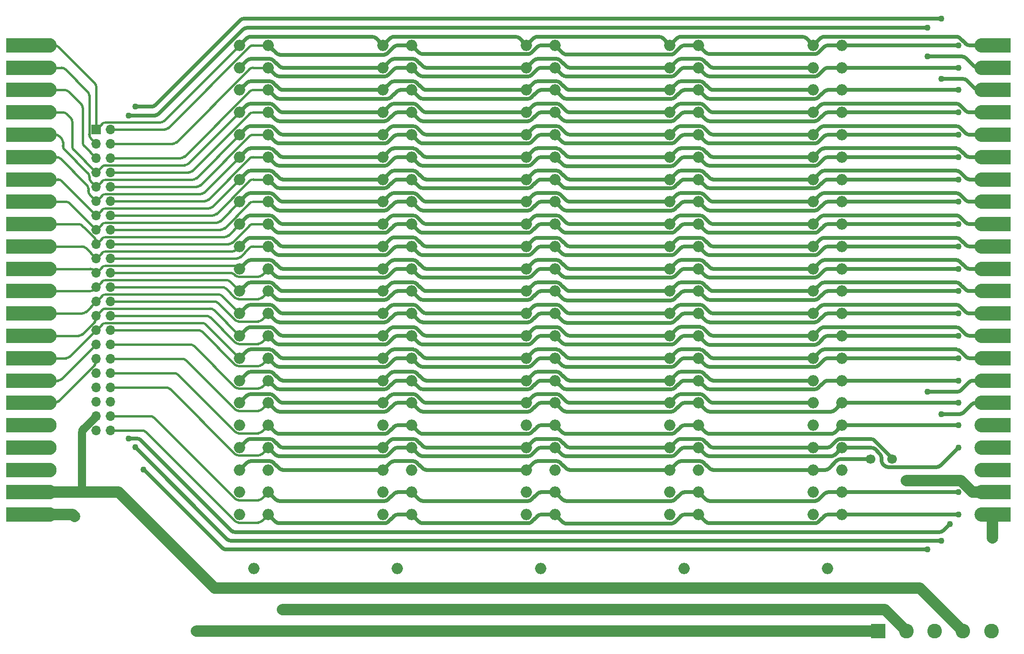
<source format=gtl>
%TF.GenerationSoftware,KiCad,Pcbnew,7.0.9*%
%TF.CreationDate,2023-11-11T13:14:58+01:00*%
%TF.ProjectId,kim-1-mtu-expansion-card,6b696d2d-312d-46d7-9475-2d657870616e,rev?*%
%TF.SameCoordinates,Original*%
%TF.FileFunction,Copper,L1,Top*%
%TF.FilePolarity,Positive*%
%FSLAX46Y46*%
G04 Gerber Fmt 4.6, Leading zero omitted, Abs format (unit mm)*
G04 Created by KiCad (PCBNEW 7.0.9) date 2023-11-11 13:14:58*
%MOMM*%
%LPD*%
G01*
G04 APERTURE LIST*
G04 Aperture macros list*
%AMFreePoly0*
4,1,22,-1.270000,3.180000,1.270000,3.180000,1.270000,-1.910000,1.254364,-2.108672,1.198732,-2.329454,1.104571,-2.536755,0.974909,-2.723912,0.813912,-2.884909,0.626755,-3.014571,0.419454,-3.108732,0.198672,-3.164364,0.000000,-3.180000,-0.198672,-3.164364,-0.419454,-3.108732,-0.626755,-3.014571,-0.813912,-2.884909,-0.974909,-2.723912,-1.104571,-2.536755,-1.198732,-2.329454,-1.254364,-2.108672,
-1.270000,-1.910000,-1.270000,3.180000,-1.270000,3.180000,$1*%
%AMFreePoly1*
4,1,22,-1.300000,4.445000,1.300000,4.445000,1.300000,-3.145000,1.280250,-3.370743,1.221600,-3.589626,1.125833,-3.795000,0.995858,-3.980624,0.835624,-4.140858,0.650000,-4.270833,0.444626,-4.366600,0.225743,-4.425250,0.000000,-4.445000,-0.225743,-4.425250,-0.444626,-4.366600,-0.650000,-4.270833,-0.835624,-4.140858,-0.995858,-3.980624,-1.125833,-3.795000,-1.221600,-3.589626,-1.280250,-3.370743,
-1.300000,-3.145000,-1.300000,4.445000,-1.300000,4.445000,$1*%
G04 Aperture macros list end*
%TA.AperFunction,ComponentPad*%
%ADD10O,2.000000X2.000000*%
%TD*%
%TA.AperFunction,ComponentPad*%
%ADD11R,2.600000X2.600000*%
%TD*%
%TA.AperFunction,ComponentPad*%
%ADD12C,2.600000*%
%TD*%
%TA.AperFunction,ComponentPad*%
%ADD13C,1.700000*%
%TD*%
%TA.AperFunction,ConnectorPad*%
%ADD14FreePoly0,270.000000*%
%TD*%
%TA.AperFunction,ConnectorPad*%
%ADD15FreePoly1,90.000000*%
%TD*%
%TA.AperFunction,ComponentPad*%
%ADD16R,1.700000X1.700000*%
%TD*%
%TA.AperFunction,ComponentPad*%
%ADD17O,1.700000X1.700000*%
%TD*%
%TA.AperFunction,ViaPad*%
%ADD18C,1.100000*%
%TD*%
%TA.AperFunction,ViaPad*%
%ADD19C,2.000000*%
%TD*%
%TA.AperFunction,Conductor*%
%ADD20C,0.700000*%
%TD*%
%TA.AperFunction,Conductor*%
%ADD21C,0.400000*%
%TD*%
%TA.AperFunction,Conductor*%
%ADD22C,2.000000*%
%TD*%
%TA.AperFunction,Conductor*%
%ADD23C,1.400000*%
%TD*%
G04 APERTURE END LIST*
D10*
%TO.P,P5,*%
%TO.N,*%
X128270000Y-137515000D03*
%TO.P,P5,1,SYNC*%
%TO.N,/SYNC*%
X125730000Y-44780000D03*
%TO.P,P5,2,PIN_2*%
%TO.N,/PIN_2*%
X125730000Y-48740000D03*
%TO.P,P5,3,PIN_3*%
%TO.N,/PIN_3*%
X125730000Y-52700000D03*
%TO.P,P5,4,~{IRQ}*%
%TO.N,/~{IRQ}*%
X125730000Y-56660000D03*
%TO.P,P5,5,R0*%
%TO.N,/R0*%
X125730000Y-60620000D03*
%TO.P,P5,6,~{NMI}*%
%TO.N,/~{NMI}*%
X125730000Y-64580000D03*
%TO.P,P5,7,~{RES}*%
%TO.N,/~{RES}*%
X125730000Y-68540000D03*
%TO.P,P5,8,D7*%
%TO.N,/D7*%
X125730000Y-72500000D03*
%TO.P,P5,9,D6*%
%TO.N,/D6*%
X125730000Y-76460000D03*
%TO.P,P5,10,D5*%
%TO.N,/D5*%
X125730000Y-80420000D03*
%TO.P,P5,11,D4*%
%TO.N,/D4*%
X125730000Y-84380000D03*
%TO.P,P5,12,D3*%
%TO.N,/D3*%
X125730000Y-88340000D03*
%TO.P,P5,13,D2*%
%TO.N,/D2*%
X125730000Y-92300000D03*
%TO.P,P5,14,D1*%
%TO.N,/D1*%
X125730000Y-96260000D03*
%TO.P,P5,15,D0*%
%TO.N,/D0*%
X125730000Y-100220000D03*
%TO.P,P5,16,PIN_16*%
%TO.N,/PIN_16*%
X125730000Y-104180000D03*
%TO.P,P5,17,PIN_17*%
%TO.N,/PIN_17*%
X125730000Y-108140000D03*
%TO.P,P5,18,+7.5V_RAW*%
%TO.N,+7.5V_RAW*%
X125730000Y-112100000D03*
%TO.P,P5,19,~{VECTOR_FETCH}*%
%TO.N,/~{VECTOR_FETCH}*%
X125730000Y-116060000D03*
%TO.P,P5,20,~{DECODE_ENABLE}*%
%TO.N,/~{DECODE_ENABLE}*%
X125730000Y-120020000D03*
%TO.P,P5,21,+5V*%
%TO.N,+5V*%
X125730000Y-123980000D03*
%TO.P,P5,22,GND*%
%TO.N,GND*%
X125730000Y-127940000D03*
%TO.P,P5,A,A0*%
%TO.N,/A0*%
X130810000Y-44780000D03*
%TO.P,P5,B,A1*%
%TO.N,/A1*%
X130810000Y-48740000D03*
%TO.P,P5,C,A2*%
%TO.N,/A2*%
X130810000Y-52700000D03*
%TO.P,P5,D,A3*%
%TO.N,/A3*%
X130810000Y-56660000D03*
%TO.P,P5,E,A4*%
%TO.N,/A4*%
X130810000Y-60620000D03*
%TO.P,P5,F,A5*%
%TO.N,/A5*%
X130810000Y-64580000D03*
%TO.P,P5,H,A6*%
%TO.N,/A6*%
X130810000Y-68540000D03*
%TO.P,P5,J,A7*%
%TO.N,/A7*%
X130810000Y-72500000D03*
%TO.P,P5,K,A8*%
%TO.N,/A8*%
X130810000Y-76460000D03*
%TO.P,P5,L,A9*%
%TO.N,/A9*%
X130810000Y-80420000D03*
%TO.P,P5,M,A10*%
%TO.N,/A10*%
X130810000Y-84380000D03*
%TO.P,P5,N,A11*%
%TO.N,/A11*%
X130810000Y-88340000D03*
%TO.P,P5,P,A12*%
%TO.N,/A12*%
X130810000Y-92300000D03*
%TO.P,P5,R,A13*%
%TO.N,/A13*%
X130810000Y-96260000D03*
%TO.P,P5,S,A14*%
%TO.N,/A14*%
X130810000Y-100220000D03*
%TO.P,P5,T,A15*%
%TO.N,/A15*%
X130810000Y-104180000D03*
%TO.P,P5,U,\u00D82*%
%TO.N,/\u00D82*%
X130810000Y-108140000D03*
%TO.P,P5,V,R/~{W}*%
%TO.N,/R{slash}~{W}*%
X130810000Y-112100000D03*
%TO.P,P5,W,~{R}/W*%
%TO.N,/~{R}{slash}W*%
X130810000Y-116060000D03*
%TO.P,P5,X,+16V_RAW*%
%TO.N,+16V_RAW*%
X130810000Y-120020000D03*
%TO.P,P5,Y,~{\u00D82}*%
%TO.N,/~{\u00D82}*%
X130810000Y-123980000D03*
%TO.P,P5,Z,RAMRW*%
%TO.N,/RAMRW*%
X130810000Y-127940000D03*
%TD*%
%TO.P,P4,*%
%TO.N,*%
X153670000Y-137515000D03*
%TO.P,P4,1,SYNC*%
%TO.N,/SYNC*%
X151130000Y-44780000D03*
%TO.P,P4,2,PIN_2*%
%TO.N,/PIN_2*%
X151130000Y-48740000D03*
%TO.P,P4,3,PIN_3*%
%TO.N,/PIN_3*%
X151130000Y-52700000D03*
%TO.P,P4,4,~{IRQ}*%
%TO.N,/~{IRQ}*%
X151130000Y-56660000D03*
%TO.P,P4,5,R0*%
%TO.N,/R0*%
X151130000Y-60620000D03*
%TO.P,P4,6,~{NMI}*%
%TO.N,/~{NMI}*%
X151130000Y-64580000D03*
%TO.P,P4,7,~{RES}*%
%TO.N,/~{RES}*%
X151130000Y-68540000D03*
%TO.P,P4,8,D7*%
%TO.N,/D7*%
X151130000Y-72500000D03*
%TO.P,P4,9,D6*%
%TO.N,/D6*%
X151130000Y-76460000D03*
%TO.P,P4,10,D5*%
%TO.N,/D5*%
X151130000Y-80420000D03*
%TO.P,P4,11,D4*%
%TO.N,/D4*%
X151130000Y-84380000D03*
%TO.P,P4,12,D3*%
%TO.N,/D3*%
X151130000Y-88340000D03*
%TO.P,P4,13,D2*%
%TO.N,/D2*%
X151130000Y-92300000D03*
%TO.P,P4,14,D1*%
%TO.N,/D1*%
X151130000Y-96260000D03*
%TO.P,P4,15,D0*%
%TO.N,/D0*%
X151130000Y-100220000D03*
%TO.P,P4,16,PIN_16*%
%TO.N,/PIN_16*%
X151130000Y-104180000D03*
%TO.P,P4,17,PIN_17*%
%TO.N,/PIN_17*%
X151130000Y-108140000D03*
%TO.P,P4,18,+7.5V_RAW*%
%TO.N,+7.5V_RAW*%
X151130000Y-112100000D03*
%TO.P,P4,19,~{VECTOR_FETCH}*%
%TO.N,/~{VECTOR_FETCH}*%
X151130000Y-116060000D03*
%TO.P,P4,20,~{DECODE_ENABLE}*%
%TO.N,/~{DECODE_ENABLE}*%
X151130000Y-120020000D03*
%TO.P,P4,21,+5V*%
%TO.N,+5V*%
X151130000Y-123980000D03*
%TO.P,P4,22,GND*%
%TO.N,GND*%
X151130000Y-127940000D03*
%TO.P,P4,A,A0*%
%TO.N,/A0*%
X156210000Y-44780000D03*
%TO.P,P4,B,A1*%
%TO.N,/A1*%
X156210000Y-48740000D03*
%TO.P,P4,C,A2*%
%TO.N,/A2*%
X156210000Y-52700000D03*
%TO.P,P4,D,A3*%
%TO.N,/A3*%
X156210000Y-56660000D03*
%TO.P,P4,E,A4*%
%TO.N,/A4*%
X156210000Y-60620000D03*
%TO.P,P4,F,A5*%
%TO.N,/A5*%
X156210000Y-64580000D03*
%TO.P,P4,H,A6*%
%TO.N,/A6*%
X156210000Y-68540000D03*
%TO.P,P4,J,A7*%
%TO.N,/A7*%
X156210000Y-72500000D03*
%TO.P,P4,K,A8*%
%TO.N,/A8*%
X156210000Y-76460000D03*
%TO.P,P4,L,A9*%
%TO.N,/A9*%
X156210000Y-80420000D03*
%TO.P,P4,M,A10*%
%TO.N,/A10*%
X156210000Y-84380000D03*
%TO.P,P4,N,A11*%
%TO.N,/A11*%
X156210000Y-88340000D03*
%TO.P,P4,P,A12*%
%TO.N,/A12*%
X156210000Y-92300000D03*
%TO.P,P4,R,A13*%
%TO.N,/A13*%
X156210000Y-96260000D03*
%TO.P,P4,S,A14*%
%TO.N,/A14*%
X156210000Y-100220000D03*
%TO.P,P4,T,A15*%
%TO.N,/A15*%
X156210000Y-104180000D03*
%TO.P,P4,U,\u00D82*%
%TO.N,/\u00D82*%
X156210000Y-108140000D03*
%TO.P,P4,V,R/~{W}*%
%TO.N,/R{slash}~{W}*%
X156210000Y-112100000D03*
%TO.P,P4,W,~{R}/W*%
%TO.N,/~{R}{slash}W*%
X156210000Y-116060000D03*
%TO.P,P4,X,+16V_RAW*%
%TO.N,+16V_RAW*%
X156210000Y-120020000D03*
%TO.P,P4,Y,~{\u00D82}*%
%TO.N,/~{\u00D82}*%
X156210000Y-123980000D03*
%TO.P,P4,Z,RAMRW*%
%TO.N,/RAMRW*%
X156210000Y-127940000D03*
%TD*%
%TO.P,P2,*%
%TO.N,*%
X204470000Y-137515000D03*
%TO.P,P2,1,SYNC*%
%TO.N,/SYNC*%
X201930000Y-44780000D03*
%TO.P,P2,2,PIN_2*%
%TO.N,/PIN_2*%
X201930000Y-48740000D03*
%TO.P,P2,3,PIN_3*%
%TO.N,/PIN_3*%
X201930000Y-52700000D03*
%TO.P,P2,4,~{IRQ}*%
%TO.N,/~{IRQ}*%
X201930000Y-56660000D03*
%TO.P,P2,5,R0*%
%TO.N,/R0*%
X201930000Y-60620000D03*
%TO.P,P2,6,~{NMI}*%
%TO.N,/~{NMI}*%
X201930000Y-64580000D03*
%TO.P,P2,7,~{RES}*%
%TO.N,/~{RES}*%
X201930000Y-68540000D03*
%TO.P,P2,8,D7*%
%TO.N,/D7*%
X201930000Y-72500000D03*
%TO.P,P2,9,D6*%
%TO.N,/D6*%
X201930000Y-76460000D03*
%TO.P,P2,10,D5*%
%TO.N,/D5*%
X201930000Y-80420000D03*
%TO.P,P2,11,D4*%
%TO.N,/D4*%
X201930000Y-84380000D03*
%TO.P,P2,12,D3*%
%TO.N,/D3*%
X201930000Y-88340000D03*
%TO.P,P2,13,D2*%
%TO.N,/D2*%
X201930000Y-92300000D03*
%TO.P,P2,14,D1*%
%TO.N,/D1*%
X201930000Y-96260000D03*
%TO.P,P2,15,D0*%
%TO.N,/D0*%
X201930000Y-100220000D03*
%TO.P,P2,16,PIN_16*%
%TO.N,/PIN_16*%
X201930000Y-104180000D03*
%TO.P,P2,17,PIN_17*%
%TO.N,/PIN_17*%
X201930000Y-108140000D03*
%TO.P,P2,18,+7.5V_RAW*%
%TO.N,+7.5V_RAW*%
X201930000Y-112100000D03*
%TO.P,P2,19,~{VECTOR_FETCH}*%
%TO.N,/~{VECTOR_FETCH}*%
X201930000Y-116060000D03*
%TO.P,P2,20,~{DECODE_ENABLE}*%
%TO.N,/~{DECODE_ENABLE}*%
X201930000Y-120020000D03*
%TO.P,P2,21,+5V*%
%TO.N,+5V*%
X201930000Y-123980000D03*
%TO.P,P2,22,GND*%
%TO.N,GND*%
X201930000Y-127940000D03*
%TO.P,P2,A,A0*%
%TO.N,/A0*%
X207010000Y-44780000D03*
%TO.P,P2,B,A1*%
%TO.N,/A1*%
X207010000Y-48740000D03*
%TO.P,P2,C,A2*%
%TO.N,/A2*%
X207010000Y-52700000D03*
%TO.P,P2,D,A3*%
%TO.N,/A3*%
X207010000Y-56660000D03*
%TO.P,P2,E,A4*%
%TO.N,/A4*%
X207010000Y-60620000D03*
%TO.P,P2,F,A5*%
%TO.N,/A5*%
X207010000Y-64580000D03*
%TO.P,P2,H,A6*%
%TO.N,/A6*%
X207010000Y-68540000D03*
%TO.P,P2,J,A7*%
%TO.N,/A7*%
X207010000Y-72500000D03*
%TO.P,P2,K,A8*%
%TO.N,/A8*%
X207010000Y-76460000D03*
%TO.P,P2,L,A9*%
%TO.N,/A9*%
X207010000Y-80420000D03*
%TO.P,P2,M,A10*%
%TO.N,/A10*%
X207010000Y-84380000D03*
%TO.P,P2,N,A11*%
%TO.N,/A11*%
X207010000Y-88340000D03*
%TO.P,P2,P,A12*%
%TO.N,/A12*%
X207010000Y-92300000D03*
%TO.P,P2,R,A13*%
%TO.N,/A13*%
X207010000Y-96260000D03*
%TO.P,P2,S,A14*%
%TO.N,/A14*%
X207010000Y-100220000D03*
%TO.P,P2,T,A15*%
%TO.N,/A15*%
X207010000Y-104180000D03*
%TO.P,P2,U,\u00D82*%
%TO.N,/\u00D82*%
X207010000Y-108140000D03*
%TO.P,P2,V,R/~{W}*%
%TO.N,/R{slash}~{W}*%
X207010000Y-112100000D03*
%TO.P,P2,W,~{R}/W*%
%TO.N,/~{R}{slash}W*%
X207010000Y-116060000D03*
%TO.P,P2,X,+16V_RAW*%
%TO.N,+16V_RAW*%
X207010000Y-120020000D03*
%TO.P,P2,Y,~{\u00D82}*%
%TO.N,/~{\u00D82}*%
X207010000Y-123980000D03*
%TO.P,P2,Z,RAMRW*%
%TO.N,/RAMRW*%
X207010000Y-127940000D03*
%TD*%
%TO.P,P3,*%
%TO.N,*%
X179070000Y-137515000D03*
%TO.P,P3,1,SYNC*%
%TO.N,/SYNC*%
X176530000Y-44780000D03*
%TO.P,P3,2,PIN_2*%
%TO.N,/PIN_2*%
X176530000Y-48740000D03*
%TO.P,P3,3,PIN_3*%
%TO.N,/PIN_3*%
X176530000Y-52700000D03*
%TO.P,P3,4,~{IRQ}*%
%TO.N,/~{IRQ}*%
X176530000Y-56660000D03*
%TO.P,P3,5,R0*%
%TO.N,/R0*%
X176530000Y-60620000D03*
%TO.P,P3,6,~{NMI}*%
%TO.N,/~{NMI}*%
X176530000Y-64580000D03*
%TO.P,P3,7,~{RES}*%
%TO.N,/~{RES}*%
X176530000Y-68540000D03*
%TO.P,P3,8,D7*%
%TO.N,/D7*%
X176530000Y-72500000D03*
%TO.P,P3,9,D6*%
%TO.N,/D6*%
X176530000Y-76460000D03*
%TO.P,P3,10,D5*%
%TO.N,/D5*%
X176530000Y-80420000D03*
%TO.P,P3,11,D4*%
%TO.N,/D4*%
X176530000Y-84380000D03*
%TO.P,P3,12,D3*%
%TO.N,/D3*%
X176530000Y-88340000D03*
%TO.P,P3,13,D2*%
%TO.N,/D2*%
X176530000Y-92300000D03*
%TO.P,P3,14,D1*%
%TO.N,/D1*%
X176530000Y-96260000D03*
%TO.P,P3,15,D0*%
%TO.N,/D0*%
X176530000Y-100220000D03*
%TO.P,P3,16,PIN_16*%
%TO.N,/PIN_16*%
X176530000Y-104180000D03*
%TO.P,P3,17,PIN_17*%
%TO.N,/PIN_17*%
X176530000Y-108140000D03*
%TO.P,P3,18,+7.5V_RAW*%
%TO.N,+7.5V_RAW*%
X176530000Y-112100000D03*
%TO.P,P3,19,~{VECTOR_FETCH}*%
%TO.N,/~{VECTOR_FETCH}*%
X176530000Y-116060000D03*
%TO.P,P3,20,~{DECODE_ENABLE}*%
%TO.N,/~{DECODE_ENABLE}*%
X176530000Y-120020000D03*
%TO.P,P3,21,+5V*%
%TO.N,+5V*%
X176530000Y-123980000D03*
%TO.P,P3,22,GND*%
%TO.N,GND*%
X176530000Y-127940000D03*
%TO.P,P3,A,A0*%
%TO.N,/A0*%
X181610000Y-44780000D03*
%TO.P,P3,B,A1*%
%TO.N,/A1*%
X181610000Y-48740000D03*
%TO.P,P3,C,A2*%
%TO.N,/A2*%
X181610000Y-52700000D03*
%TO.P,P3,D,A3*%
%TO.N,/A3*%
X181610000Y-56660000D03*
%TO.P,P3,E,A4*%
%TO.N,/A4*%
X181610000Y-60620000D03*
%TO.P,P3,F,A5*%
%TO.N,/A5*%
X181610000Y-64580000D03*
%TO.P,P3,H,A6*%
%TO.N,/A6*%
X181610000Y-68540000D03*
%TO.P,P3,J,A7*%
%TO.N,/A7*%
X181610000Y-72500000D03*
%TO.P,P3,K,A8*%
%TO.N,/A8*%
X181610000Y-76460000D03*
%TO.P,P3,L,A9*%
%TO.N,/A9*%
X181610000Y-80420000D03*
%TO.P,P3,M,A10*%
%TO.N,/A10*%
X181610000Y-84380000D03*
%TO.P,P3,N,A11*%
%TO.N,/A11*%
X181610000Y-88340000D03*
%TO.P,P3,P,A12*%
%TO.N,/A12*%
X181610000Y-92300000D03*
%TO.P,P3,R,A13*%
%TO.N,/A13*%
X181610000Y-96260000D03*
%TO.P,P3,S,A14*%
%TO.N,/A14*%
X181610000Y-100220000D03*
%TO.P,P3,T,A15*%
%TO.N,/A15*%
X181610000Y-104180000D03*
%TO.P,P3,U,\u00D82*%
%TO.N,/\u00D82*%
X181610000Y-108140000D03*
%TO.P,P3,V,R/~{W}*%
%TO.N,/R{slash}~{W}*%
X181610000Y-112100000D03*
%TO.P,P3,W,~{R}/W*%
%TO.N,/~{R}{slash}W*%
X181610000Y-116060000D03*
%TO.P,P3,X,+16V_RAW*%
%TO.N,+16V_RAW*%
X181610000Y-120020000D03*
%TO.P,P3,Y,~{\u00D82}*%
%TO.N,/~{\u00D82}*%
X181610000Y-123980000D03*
%TO.P,P3,Z,RAMRW*%
%TO.N,/RAMRW*%
X181610000Y-127940000D03*
%TD*%
%TO.P,P6,*%
%TO.N,*%
X102870000Y-137515000D03*
%TO.P,P6,1,SYNC*%
%TO.N,/SYNC*%
X100330000Y-44780000D03*
%TO.P,P6,2,PIN_2*%
%TO.N,/PIN_2*%
X100330000Y-48740000D03*
%TO.P,P6,3,PIN_3*%
%TO.N,/PIN_3*%
X100330000Y-52700000D03*
%TO.P,P6,4,~{IRQ}*%
%TO.N,/~{IRQ}*%
X100330000Y-56660000D03*
%TO.P,P6,5,R0*%
%TO.N,/R0*%
X100330000Y-60620000D03*
%TO.P,P6,6,~{NMI}*%
%TO.N,/~{NMI}*%
X100330000Y-64580000D03*
%TO.P,P6,7,~{RES}*%
%TO.N,/~{RES}*%
X100330000Y-68540000D03*
%TO.P,P6,8,D7*%
%TO.N,/D7*%
X100330000Y-72500000D03*
%TO.P,P6,9,D6*%
%TO.N,/D6*%
X100330000Y-76460000D03*
%TO.P,P6,10,D5*%
%TO.N,/D5*%
X100330000Y-80420000D03*
%TO.P,P6,11,D4*%
%TO.N,/D4*%
X100330000Y-84380000D03*
%TO.P,P6,12,D3*%
%TO.N,/D3*%
X100330000Y-88340000D03*
%TO.P,P6,13,D2*%
%TO.N,/D2*%
X100330000Y-92300000D03*
%TO.P,P6,14,D1*%
%TO.N,/D1*%
X100330000Y-96260000D03*
%TO.P,P6,15,D0*%
%TO.N,/D0*%
X100330000Y-100220000D03*
%TO.P,P6,16,PIN_16*%
%TO.N,/PIN_16*%
X100330000Y-104180000D03*
%TO.P,P6,17,PIN_17*%
%TO.N,/PIN_17*%
X100330000Y-108140000D03*
%TO.P,P6,18,+7.5V_RAW*%
%TO.N,+7.5V_RAW*%
X100330000Y-112100000D03*
%TO.P,P6,19,~{VECTOR_FETCH}*%
%TO.N,/~{VECTOR_FETCH}*%
X100330000Y-116060000D03*
%TO.P,P6,20,~{DECODE_ENABLE}*%
%TO.N,/~{DECODE_ENABLE}*%
X100330000Y-120020000D03*
%TO.P,P6,21,+5V*%
%TO.N,+5V*%
X100330000Y-123980000D03*
%TO.P,P6,22,GND*%
%TO.N,GND*%
X100330000Y-127940000D03*
%TO.P,P6,A,A0*%
%TO.N,/A0*%
X105410000Y-44780000D03*
%TO.P,P6,B,A1*%
%TO.N,/A1*%
X105410000Y-48740000D03*
%TO.P,P6,C,A2*%
%TO.N,/A2*%
X105410000Y-52700000D03*
%TO.P,P6,D,A3*%
%TO.N,/A3*%
X105410000Y-56660000D03*
%TO.P,P6,E,A4*%
%TO.N,/A4*%
X105410000Y-60620000D03*
%TO.P,P6,F,A5*%
%TO.N,/A5*%
X105410000Y-64580000D03*
%TO.P,P6,H,A6*%
%TO.N,/A6*%
X105410000Y-68540000D03*
%TO.P,P6,J,A7*%
%TO.N,/A7*%
X105410000Y-72500000D03*
%TO.P,P6,K,A8*%
%TO.N,/A8*%
X105410000Y-76460000D03*
%TO.P,P6,L,A9*%
%TO.N,/A9*%
X105410000Y-80420000D03*
%TO.P,P6,M,A10*%
%TO.N,/A10*%
X105410000Y-84380000D03*
%TO.P,P6,N,A11*%
%TO.N,/A11*%
X105410000Y-88340000D03*
%TO.P,P6,P,A12*%
%TO.N,/A12*%
X105410000Y-92300000D03*
%TO.P,P6,R,A13*%
%TO.N,/A13*%
X105410000Y-96260000D03*
%TO.P,P6,S,A14*%
%TO.N,/A14*%
X105410000Y-100220000D03*
%TO.P,P6,T,A15*%
%TO.N,/A15*%
X105410000Y-104180000D03*
%TO.P,P6,U,\u00D82*%
%TO.N,/\u00D82*%
X105410000Y-108140000D03*
%TO.P,P6,V,R/~{W}*%
%TO.N,/R{slash}~{W}*%
X105410000Y-112100000D03*
%TO.P,P6,W,~{R}/W*%
%TO.N,/~{R}{slash}W*%
X105410000Y-116060000D03*
%TO.P,P6,X,+16V_RAW*%
%TO.N,+16V_RAW*%
X105410000Y-120020000D03*
%TO.P,P6,Y,~{\u00D82}*%
%TO.N,/~{\u00D82}*%
X105410000Y-123980000D03*
%TO.P,P6,Z,RAMRW*%
%TO.N,/RAMRW*%
X105410000Y-127940000D03*
%TD*%
D11*
%TO.P,J2,1,Pin_1*%
%TO.N,+7.5V_RAW*%
X213440000Y-148590000D03*
D12*
%TO.P,J2,2,Pin_2*%
%TO.N,+16V_RAW*%
X218440000Y-148590000D03*
%TO.P,J2,3,Pin_3*%
%TO.N,GND*%
X223440000Y-148590000D03*
%TO.P,J2,4,Pin_4*%
%TO.N,+5V*%
X228440000Y-148590000D03*
%TO.P,J2,5,Pin_5*%
%TO.N,+12V*%
X233440000Y-148590000D03*
%TD*%
D13*
%TO.P,J3,1,Pin_1*%
%TO.N,/~{VECTOR_FETCH}*%
X215900000Y-118110000D03*
%TD*%
%TO.P,J4,1,Pin_1*%
%TO.N,/~{DECODE_ENABLE}*%
X212090000Y-118110000D03*
%TD*%
D14*
%TO.P,P1,1,SYNC*%
%TO.N,/SYNC*%
X233680000Y-44780000D03*
%TO.P,P1,2,~{RDY}*%
%TO.N,/~{RDY}*%
X233680000Y-48740000D03*
%TO.P,P1,3,\u00D81*%
%TO.N,/\u00D81*%
X233680000Y-52700000D03*
%TO.P,P1,4,~{IRQ}*%
%TO.N,/~{IRQ}*%
X233680000Y-56660000D03*
%TO.P,P1,5,R0*%
%TO.N,/R0*%
X233680000Y-60620000D03*
%TO.P,P1,6,~{NMI}*%
%TO.N,/~{NMI}*%
X233680000Y-64580000D03*
%TO.P,P1,7,~{RES}*%
%TO.N,/~{RES}*%
X233680000Y-68540000D03*
%TO.P,P1,8,D7*%
%TO.N,/D7*%
X233680000Y-72500000D03*
%TO.P,P1,9,D6*%
%TO.N,/D6*%
X233680000Y-76460000D03*
%TO.P,P1,10,D5*%
%TO.N,/D5*%
X233680000Y-80420000D03*
%TO.P,P1,11,D4*%
%TO.N,/D4*%
X233680000Y-84380000D03*
%TO.P,P1,12,D3*%
%TO.N,/D3*%
X233680000Y-88340000D03*
%TO.P,P1,13,D2*%
%TO.N,/D2*%
X233680000Y-92300000D03*
%TO.P,P1,14,D1*%
%TO.N,/D1*%
X233680000Y-96260000D03*
%TO.P,P1,15,D0*%
%TO.N,/D0*%
X233680000Y-100220000D03*
%TO.P,P1,16,K6*%
%TO.N,/K6*%
X233680000Y-104180000D03*
%TO.P,P1,17,SST*%
%TO.N,/SST*%
X233680000Y-108140000D03*
%TO.P,P1,18,N.C.*%
%TO.N,unconnected-(P1-N.C.-Pad18)*%
X233680000Y-112100000D03*
%TO.P,P1,19,N.C.*%
%TO.N,unconnected-(P1-N.C.-Pad19)*%
X233680000Y-116060000D03*
%TO.P,P1,20,N.C.*%
%TO.N,unconnected-(P1-N.C.-Pad20)*%
X233680000Y-120020000D03*
%TO.P,P1,21,+5V*%
%TO.N,+5V*%
X233680000Y-123980000D03*
%TO.P,P1,22,GND*%
%TO.N,GND*%
X233680000Y-127940000D03*
%TD*%
D15*
%TO.P,P7,1,SYNC*%
%TO.N,/SYNC*%
X63500000Y-44780000D03*
%TO.P,P7,2,~{RDY}*%
%TO.N,/~{RDY}*%
X63500000Y-48740000D03*
%TO.P,P7,3,\u00D81*%
%TO.N,/\u00D81*%
X63500000Y-52700000D03*
%TO.P,P7,4,~{IRQ}*%
%TO.N,/~{IRQ}*%
X63500000Y-56660000D03*
%TO.P,P7,5,R0*%
%TO.N,/R0*%
X63500000Y-60620000D03*
%TO.P,P7,6,~{NMI}*%
%TO.N,/~{NMI}*%
X63500000Y-64580000D03*
%TO.P,P7,7,~{RES}*%
%TO.N,/~{RES}*%
X63500000Y-68540000D03*
%TO.P,P7,8,D7*%
%TO.N,/D7*%
X63500000Y-72500000D03*
%TO.P,P7,9,D6*%
%TO.N,/D6*%
X63500000Y-76460000D03*
%TO.P,P7,10,D5*%
%TO.N,/D5*%
X63500000Y-80420000D03*
%TO.P,P7,11,D4*%
%TO.N,/D4*%
X63500000Y-84380000D03*
%TO.P,P7,12,D3*%
%TO.N,/D3*%
X63500000Y-88340000D03*
%TO.P,P7,13,D2*%
%TO.N,/D2*%
X63500000Y-92300000D03*
%TO.P,P7,14,D1*%
%TO.N,/D1*%
X63500000Y-96260000D03*
%TO.P,P7,15,D0*%
%TO.N,/D0*%
X63500000Y-100220000D03*
%TO.P,P7,16,K6*%
%TO.N,/K6*%
X63500000Y-104180000D03*
%TO.P,P7,17,SST*%
%TO.N,/SST*%
X63500000Y-108140000D03*
%TO.P,P7,18,N.C.*%
%TO.N,unconnected-(P7-N.C.-Pad18)*%
X63500000Y-112100000D03*
%TO.P,P7,19,N.C.*%
%TO.N,unconnected-(P7-N.C.-Pad19)*%
X63500000Y-116060000D03*
%TO.P,P7,20,N.C.*%
%TO.N,unconnected-(P7-N.C.-Pad20)*%
X63500000Y-120020000D03*
%TO.P,P7,21,+5V*%
%TO.N,+5V*%
X63500000Y-123980000D03*
%TO.P,P7,22,GND*%
%TO.N,GND*%
X63500000Y-127940000D03*
%TD*%
D16*
%TO.P,J1,1,Pin_1*%
%TO.N,/SYNC*%
X74930000Y-59690000D03*
D17*
%TO.P,J1,2,Pin_2*%
%TO.N,/~{RDY}*%
X74930000Y-62230000D03*
%TO.P,J1,3,Pin_3*%
%TO.N,/\u00D81*%
X74930000Y-64770000D03*
%TO.P,J1,4,Pin_4*%
%TO.N,/~{IRQ}*%
X74930000Y-67310000D03*
%TO.P,J1,5,Pin_5*%
%TO.N,/R0*%
X74930000Y-69850000D03*
%TO.P,J1,6,Pin_6*%
%TO.N,/~{NMI}*%
X74930000Y-72390000D03*
%TO.P,J1,7,Pin_7*%
%TO.N,/~{RES}*%
X74930000Y-74930000D03*
%TO.P,J1,8,Pin_8*%
%TO.N,/D7*%
X74930000Y-77470000D03*
%TO.P,J1,9,Pin_9*%
%TO.N,/D6*%
X74930000Y-80010000D03*
%TO.P,J1,10,Pin_10*%
%TO.N,/D5*%
X74930000Y-82550000D03*
%TO.P,J1,11,Pin_11*%
%TO.N,/D4*%
X74930000Y-85090000D03*
%TO.P,J1,12,Pin_12*%
%TO.N,/D3*%
X74930000Y-87630000D03*
%TO.P,J1,13,Pin_13*%
%TO.N,/D2*%
X74930000Y-90170000D03*
%TO.P,J1,14,Pin_14*%
%TO.N,/D1*%
X74930000Y-92710000D03*
%TO.P,J1,15,Pin_15*%
%TO.N,/D0*%
X74930000Y-95250000D03*
%TO.P,J1,16,Pin_16*%
%TO.N,/K6*%
X74930000Y-97790000D03*
%TO.P,J1,17,Pin_17*%
%TO.N,/SST*%
X74930000Y-100330000D03*
%TO.P,J1,18,Pin_18*%
%TO.N,unconnected-(J1-Pin_18-Pad18)*%
X74930000Y-102870000D03*
%TO.P,J1,19,Pin_19*%
%TO.N,unconnected-(J1-Pin_19-Pad19)*%
X74930000Y-105410000D03*
%TO.P,J1,20,Pin_20*%
%TO.N,unconnected-(J1-Pin_20-Pad20)*%
X74930000Y-107950000D03*
%TO.P,J1,21,Pin_21*%
%TO.N,+5V*%
X74930000Y-110490000D03*
%TO.P,J1,22,Pin_22*%
%TO.N,GND*%
X74930000Y-113030000D03*
%TO.P,J1,A,Pin_A*%
%TO.N,/A0*%
X77470000Y-59690000D03*
%TO.P,J1,B,Pin_B*%
%TO.N,/A1*%
X77470000Y-62230000D03*
%TO.P,J1,C,Pin_C*%
%TO.N,/A2*%
X77470000Y-64770000D03*
%TO.P,J1,D,Pin_D*%
%TO.N,/A3*%
X77470000Y-67310000D03*
%TO.P,J1,E,Pin_E*%
%TO.N,/A4*%
X77470000Y-69850000D03*
%TO.P,J1,F,Pin_F*%
%TO.N,/A5*%
X77470000Y-72390000D03*
%TO.P,J1,H,Pin_H*%
%TO.N,/A6*%
X77470000Y-74930000D03*
%TO.P,J1,J,Pin_J*%
%TO.N,/A7*%
X77470000Y-77470000D03*
%TO.P,J1,K,Pin_K*%
%TO.N,/A8*%
X77470000Y-80010000D03*
%TO.P,J1,L,Pin_L*%
%TO.N,/A9*%
X77470000Y-82550000D03*
%TO.P,J1,M,Pin_M*%
%TO.N,/A10*%
X77470000Y-85090000D03*
%TO.P,J1,N,Pin_N*%
%TO.N,/A11*%
X77470000Y-87630000D03*
%TO.P,J1,P,Pin_P*%
%TO.N,/A12*%
X77470000Y-90170000D03*
%TO.P,J1,R,Pin_R*%
%TO.N,/A13*%
X77470000Y-92710000D03*
%TO.P,J1,S,Pin_S*%
%TO.N,/A14*%
X77470000Y-95250000D03*
%TO.P,J1,T,Pin_T*%
%TO.N,/A15*%
X77470000Y-97790000D03*
%TO.P,J1,U,Pin_U*%
%TO.N,/\u00D82*%
X77470000Y-100330000D03*
%TO.P,J1,V,Pin_V*%
%TO.N,/R{slash}~{W}*%
X77470000Y-102870000D03*
%TO.P,J1,W,Pin_W*%
%TO.N,/~{R}{slash}W*%
X77470000Y-105410000D03*
%TO.P,J1,X,Pin_X*%
%TO.N,/PLL*%
X77470000Y-107950000D03*
%TO.P,J1,Y,Pin_Y*%
%TO.N,/~{\u00D82}*%
X77470000Y-110490000D03*
%TO.P,J1,Z,Pin_Z*%
%TO.N,/RAMRW*%
X77470000Y-113030000D03*
%TD*%
D18*
%TO.N,/~{RDY}*%
X222150000Y-41680000D03*
X80640000Y-57190000D03*
X222150000Y-46760000D03*
%TO.N,/\u00D81*%
X81810000Y-55640000D03*
X224580000Y-40040000D03*
X224580000Y-50720000D03*
%TO.N,/K6*%
X83260000Y-119950000D03*
X222150000Y-134140000D03*
X222150000Y-106160000D03*
%TO.N,/SST*%
X81810000Y-116000000D03*
X224580000Y-132590000D03*
X224580000Y-110120000D03*
D19*
%TO.N,+5V*%
X95885000Y-140970000D03*
X218440000Y-121920000D03*
X146685000Y-140970000D03*
X197485000Y-140970000D03*
X172085000Y-140970000D03*
X121285000Y-140970000D03*
X218440000Y-140970000D03*
%TO.N,GND*%
X233680000Y-132080000D03*
X71120000Y-128270000D03*
%TO.N,+16V_RAW*%
X209550000Y-144780000D03*
X184150000Y-144780000D03*
X158750000Y-144780000D03*
X107950000Y-144780000D03*
X133350000Y-144780000D03*
%TO.N,+7.5V_RAW*%
X194310000Y-148590000D03*
X143510000Y-148590000D03*
X92710000Y-148590000D03*
X168910000Y-148590000D03*
X118110000Y-148590000D03*
D18*
%TO.N,/A0*%
X227620000Y-44780000D03*
%TO.N,/A1*%
X227620000Y-48740000D03*
%TO.N,/A2*%
X227620000Y-52700000D03*
%TO.N,/A3*%
X227620000Y-56660000D03*
%TO.N,/A4*%
X227620000Y-60620000D03*
%TO.N,/A5*%
X227620000Y-64580000D03*
%TO.N,/A6*%
X227620000Y-68540000D03*
%TO.N,/A7*%
X227620000Y-72500000D03*
%TO.N,/A8*%
X227620000Y-76460000D03*
%TO.N,/A9*%
X227620000Y-80420000D03*
%TO.N,/A10*%
X227620000Y-84380000D03*
%TO.N,/A11*%
X227620000Y-88340000D03*
%TO.N,/A12*%
X227620000Y-92320000D03*
%TO.N,/A13*%
X227620000Y-96260000D03*
%TO.N,/A14*%
X227620000Y-100220000D03*
%TO.N,/A15*%
X227620000Y-104180000D03*
%TO.N,/\u00D82*%
X227620000Y-108140000D03*
%TO.N,/R{slash}~{W}*%
X227620000Y-112100000D03*
%TO.N,/~{R}{slash}W*%
X227620000Y-116060000D03*
%TO.N,/PLL*%
X80640000Y-114450000D03*
X226100000Y-129630000D03*
%TO.N,/~{\u00D82}*%
X227620000Y-123980000D03*
%TO.N,/RAMRW*%
X227620000Y-127940000D03*
%TD*%
D20*
%TO.N,/SYNC*%
X201930000Y-44780000D02*
X200672893Y-43522893D01*
D21*
X74637107Y-51472107D02*
X68237893Y-45072893D01*
X67530786Y-44780000D02*
X63500000Y-44780000D01*
D20*
X152387107Y-43522893D02*
X151130000Y-44780000D01*
D21*
X74930000Y-59690000D02*
X74930000Y-52179214D01*
D20*
X177787107Y-43522893D02*
X176530000Y-44780000D01*
X174565786Y-43230000D02*
X153094214Y-43230000D01*
X151130000Y-44780000D02*
X149872893Y-43522893D01*
X233680000Y-44780000D02*
X229589849Y-44780000D01*
X176530000Y-44780000D02*
X175272893Y-43522893D01*
D21*
X86962893Y-58147107D02*
X100330000Y-44780000D01*
D20*
X199965786Y-43230000D02*
X178494214Y-43230000D01*
X101587107Y-43522893D02*
X100330000Y-44780000D01*
X123765786Y-43230000D02*
X102294214Y-43230000D01*
X125730000Y-44780000D02*
X124472893Y-43522893D01*
X126987107Y-43522893D02*
X125730000Y-44780000D01*
D21*
X76594214Y-58440000D02*
X86255786Y-58440000D01*
D20*
X228882742Y-44487107D02*
X227918528Y-43522893D01*
D21*
X74930000Y-59690000D02*
X75887107Y-58732893D01*
D20*
X203187107Y-43522893D02*
X201930000Y-44780000D01*
X227211421Y-43230000D02*
X203894214Y-43230000D01*
X149165786Y-43230000D02*
X127694214Y-43230000D01*
X228882718Y-44487131D02*
G75*
G03*
X229589849Y-44780000I707082J707131D01*
G01*
D21*
X76594214Y-58440010D02*
G75*
G03*
X75887107Y-58732893I-14J-999990D01*
G01*
D20*
X124472900Y-43522886D02*
G75*
G03*
X123765786Y-43230000I-707100J-707114D01*
G01*
X102294214Y-43230010D02*
G75*
G03*
X101587107Y-43522893I-14J-999990D01*
G01*
D21*
X68237900Y-45072886D02*
G75*
G03*
X67530786Y-44780000I-707100J-707114D01*
G01*
D20*
X178494214Y-43230010D02*
G75*
G03*
X177787107Y-43522893I-14J-999990D01*
G01*
X227918517Y-43522904D02*
G75*
G03*
X227211421Y-43230000I-707117J-707096D01*
G01*
X127694214Y-43230010D02*
G75*
G03*
X126987107Y-43522893I-14J-999990D01*
G01*
X200672900Y-43522886D02*
G75*
G03*
X199965786Y-43230000I-707100J-707114D01*
G01*
X149872900Y-43522886D02*
G75*
G03*
X149165786Y-43230000I-707100J-707114D01*
G01*
D21*
X86255786Y-58439990D02*
G75*
G03*
X86962893Y-58147107I14J999990D01*
G01*
X74929990Y-52179214D02*
G75*
G03*
X74637107Y-51472107I-999990J14D01*
G01*
D20*
X203894214Y-43230010D02*
G75*
G03*
X203187107Y-43522893I-14J-999990D01*
G01*
X175272900Y-43522886D02*
G75*
G03*
X174565786Y-43230000I-707100J-707114D01*
G01*
X153094214Y-43230010D02*
G75*
G03*
X152387107Y-43522893I-14J-999990D01*
G01*
D21*
%TO.N,/~{RDY}*%
X74930000Y-62230000D02*
X73972893Y-61272893D01*
D20*
X101614214Y-41680000D02*
X222010000Y-41680000D01*
D21*
X73387107Y-52967107D02*
X69452893Y-49032893D01*
D20*
X85982893Y-56897107D02*
X100907107Y-41972893D01*
X228265786Y-46760000D02*
X222150000Y-46760000D01*
X233680000Y-48740000D02*
X231074214Y-48740000D01*
X230367107Y-48447107D02*
X228972893Y-47052893D01*
X80640000Y-57190000D02*
X85275786Y-57190000D01*
D21*
X68745786Y-48740000D02*
X63500000Y-48740000D01*
D20*
X222010000Y-41680000D02*
X222150000Y-41540000D01*
D21*
X73680000Y-60565786D02*
X73680000Y-53674214D01*
X69452900Y-49032886D02*
G75*
G03*
X68745786Y-48740000I-707100J-707114D01*
G01*
D20*
X230367100Y-48447114D02*
G75*
G03*
X231074214Y-48740000I707100J707114D01*
G01*
X85275786Y-57189990D02*
G75*
G03*
X85982893Y-56897107I14J999990D01*
G01*
D21*
X73679990Y-53674214D02*
G75*
G03*
X73387107Y-52967107I-999990J14D01*
G01*
X73680010Y-60565786D02*
G75*
G03*
X73972893Y-61272893I999990J-14D01*
G01*
D20*
X228972900Y-47052886D02*
G75*
G03*
X228265786Y-46760000I-707100J-707114D01*
G01*
X101614214Y-41680010D02*
G75*
G03*
X100907107Y-41972893I-14J-999990D01*
G01*
%TO.N,/\u00D81*%
X101134214Y-40040000D02*
X224580000Y-40040000D01*
X233680000Y-52700000D02*
X231234214Y-52700000D01*
X228425786Y-50720000D02*
X224580000Y-50720000D01*
X81810000Y-55640000D02*
X84705786Y-55640000D01*
X230527107Y-52407107D02*
X229132893Y-51012893D01*
X85412893Y-55347107D02*
X100427107Y-40332893D01*
D21*
X72832893Y-62672893D02*
X74930000Y-64770000D01*
X70042893Y-52992893D02*
X72247107Y-55197107D01*
X72540000Y-55904214D02*
X72540000Y-61965786D01*
X63500000Y-52700000D02*
X69335786Y-52700000D01*
D20*
X229132900Y-51012886D02*
G75*
G03*
X228425786Y-50720000I-707100J-707114D01*
G01*
X230527100Y-52407114D02*
G75*
G03*
X231234214Y-52700000I707100J707114D01*
G01*
X84705786Y-55639990D02*
G75*
G03*
X85412893Y-55347107I14J999990D01*
G01*
D21*
X72539990Y-55904214D02*
G75*
G03*
X72247107Y-55197107I-999990J14D01*
G01*
X72540010Y-61965786D02*
G75*
G03*
X72832893Y-62672893I999990J-14D01*
G01*
X70042900Y-52992886D02*
G75*
G03*
X69335786Y-52700000I-707100J-707114D01*
G01*
D20*
X101134214Y-40040010D02*
G75*
G03*
X100427107Y-40332893I-14J-999990D01*
G01*
D21*
%TO.N,/~{IRQ}*%
X70387107Y-57617107D02*
X69722893Y-56952893D01*
X91262893Y-65727107D02*
X100330000Y-56660000D01*
D20*
X203187107Y-55402893D02*
X201930000Y-56660000D01*
X227211421Y-55110000D02*
X203894214Y-55110000D01*
D21*
X76634214Y-66020000D02*
X90555786Y-66020000D01*
X74930000Y-67310000D02*
X75927107Y-66312893D01*
D20*
X107309139Y-56367107D02*
X106344925Y-55402893D01*
X183509139Y-56367107D02*
X182544925Y-55402893D01*
X228882742Y-56367107D02*
X227918528Y-55402893D01*
X131037818Y-55110000D02*
X127694214Y-55110000D01*
X176530000Y-56660000D02*
X158816246Y-56660000D01*
X105637818Y-55110000D02*
X102294214Y-55110000D01*
X233680000Y-56660000D02*
X229589849Y-56660000D01*
X177787107Y-55402893D02*
X176530000Y-56660000D01*
X158109139Y-56367107D02*
X157144925Y-55402893D01*
X201930000Y-56660000D02*
X184216246Y-56660000D01*
X151130000Y-56660000D02*
X133416246Y-56660000D01*
D21*
X69015786Y-56660000D02*
X63500000Y-56660000D01*
D20*
X156437818Y-55110000D02*
X153094214Y-55110000D01*
X125730000Y-56660000D02*
X108016246Y-56660000D01*
X152387107Y-55402893D02*
X151130000Y-56660000D01*
X126987107Y-55402893D02*
X125730000Y-56660000D01*
X101587107Y-55402893D02*
X100330000Y-56660000D01*
D21*
X70680000Y-62645786D02*
X70680000Y-58324214D01*
X74930000Y-67310000D02*
X70972893Y-63352893D01*
D20*
X181837818Y-55110000D02*
X178494214Y-55110000D01*
X132709139Y-56367107D02*
X131744925Y-55402893D01*
D21*
X69722900Y-56952886D02*
G75*
G03*
X69015786Y-56660000I-707100J-707114D01*
G01*
D20*
X228882718Y-56367131D02*
G75*
G03*
X229589849Y-56660000I707082J707131D01*
G01*
X157144916Y-55402902D02*
G75*
G03*
X156437818Y-55110000I-707116J-707098D01*
G01*
D21*
X70679990Y-58324214D02*
G75*
G03*
X70387107Y-57617107I-999990J14D01*
G01*
D20*
X182544916Y-55402902D02*
G75*
G03*
X181837818Y-55110000I-707116J-707098D01*
G01*
X132709116Y-56367130D02*
G75*
G03*
X133416246Y-56660000I707084J707130D01*
G01*
X178494214Y-55110010D02*
G75*
G03*
X177787107Y-55402893I-14J-999990D01*
G01*
X106344916Y-55402902D02*
G75*
G03*
X105637818Y-55110000I-707116J-707098D01*
G01*
X127694214Y-55110010D02*
G75*
G03*
X126987107Y-55402893I-14J-999990D01*
G01*
D21*
X90555786Y-66019990D02*
G75*
G03*
X91262893Y-65727107I14J999990D01*
G01*
D20*
X203894214Y-55110010D02*
G75*
G03*
X203187107Y-55402893I-14J-999990D01*
G01*
X107309116Y-56367130D02*
G75*
G03*
X108016246Y-56660000I707084J707130D01*
G01*
X153094214Y-55110010D02*
G75*
G03*
X152387107Y-55402893I-14J-999990D01*
G01*
X158109116Y-56367130D02*
G75*
G03*
X158816246Y-56660000I707084J707130D01*
G01*
X102294214Y-55110010D02*
G75*
G03*
X101587107Y-55402893I-14J-999990D01*
G01*
X227918517Y-55402904D02*
G75*
G03*
X227211421Y-55110000I-707117J-707096D01*
G01*
D21*
X70680010Y-62645786D02*
G75*
G03*
X70972893Y-63352893I999990J-14D01*
G01*
D20*
X131744916Y-55402902D02*
G75*
G03*
X131037818Y-55110000I-707116J-707098D01*
G01*
D21*
X76634214Y-66020010D02*
G75*
G03*
X75927107Y-66312893I-14J-999990D01*
G01*
D20*
X183509116Y-56367130D02*
G75*
G03*
X184216246Y-56660000I707084J707130D01*
G01*
%TO.N,/R0*%
X203187107Y-59362893D02*
X201930000Y-60620000D01*
X126987107Y-59362893D02*
X125730000Y-60620000D01*
X101587107Y-59362893D02*
X100330000Y-60620000D01*
X131037818Y-59070000D02*
X127694214Y-59070000D01*
D21*
X74930000Y-69850000D02*
X73992893Y-68912893D01*
D20*
X151130000Y-60620000D02*
X133416246Y-60620000D01*
X183509139Y-60327107D02*
X182544925Y-59362893D01*
X156437818Y-59070000D02*
X153094214Y-59070000D01*
D21*
X67685786Y-60620000D02*
X63500000Y-60620000D01*
X69020000Y-62565786D02*
X69020000Y-61954214D01*
X73700000Y-68205786D02*
X73700000Y-68074214D01*
X68727107Y-61247107D02*
X68392893Y-60912893D01*
X74930000Y-69850000D02*
X75887107Y-68892893D01*
D20*
X201930000Y-60620000D02*
X184216246Y-60620000D01*
X176530000Y-60620000D02*
X158816246Y-60620000D01*
X152387107Y-59362893D02*
X151130000Y-60620000D01*
X177787107Y-59362893D02*
X176530000Y-60620000D01*
X125730000Y-60620000D02*
X108016246Y-60620000D01*
X107309139Y-60327107D02*
X106344925Y-59362893D01*
D21*
X76594214Y-68600000D02*
X91935786Y-68600000D01*
D20*
X227211421Y-59070000D02*
X203894214Y-59070000D01*
X228882742Y-60327107D02*
X227918528Y-59362893D01*
X158109139Y-60327107D02*
X157144925Y-59362893D01*
D21*
X73407107Y-67367107D02*
X69312893Y-63272893D01*
D20*
X181837818Y-59070000D02*
X178494214Y-59070000D01*
X132709139Y-60327107D02*
X131744925Y-59362893D01*
X233680000Y-60620000D02*
X229589849Y-60620000D01*
D21*
X92642893Y-68307107D02*
X100330000Y-60620000D01*
D20*
X105637818Y-59070000D02*
X102294214Y-59070000D01*
X131744916Y-59362902D02*
G75*
G03*
X131037818Y-59070000I-707116J-707098D01*
G01*
D21*
X69019990Y-61954214D02*
G75*
G03*
X68727107Y-61247107I-999990J14D01*
G01*
X68392900Y-60912886D02*
G75*
G03*
X67685786Y-60620000I-707100J-707114D01*
G01*
X76594214Y-68600010D02*
G75*
G03*
X75887107Y-68892893I-14J-999990D01*
G01*
D20*
X227918517Y-59362904D02*
G75*
G03*
X227211421Y-59070000I-707117J-707096D01*
G01*
X182544916Y-59362902D02*
G75*
G03*
X181837818Y-59070000I-707116J-707098D01*
G01*
D21*
X69020010Y-62565786D02*
G75*
G03*
X69312893Y-63272893I999990J-14D01*
G01*
D20*
X127694214Y-59070010D02*
G75*
G03*
X126987107Y-59362893I-14J-999990D01*
G01*
X102294214Y-59070010D02*
G75*
G03*
X101587107Y-59362893I-14J-999990D01*
G01*
X132709116Y-60327130D02*
G75*
G03*
X133416246Y-60620000I707084J707130D01*
G01*
X228882718Y-60327131D02*
G75*
G03*
X229589849Y-60620000I707082J707131D01*
G01*
X203894214Y-59070010D02*
G75*
G03*
X203187107Y-59362893I-14J-999990D01*
G01*
X107309116Y-60327130D02*
G75*
G03*
X108016246Y-60620000I707084J707130D01*
G01*
X157144916Y-59362902D02*
G75*
G03*
X156437818Y-59070000I-707116J-707098D01*
G01*
D21*
X91935786Y-68599990D02*
G75*
G03*
X92642893Y-68307107I14J999990D01*
G01*
D20*
X158109116Y-60327130D02*
G75*
G03*
X158816246Y-60620000I707084J707130D01*
G01*
X178494214Y-59070010D02*
G75*
G03*
X177787107Y-59362893I-14J-999990D01*
G01*
X153094214Y-59070010D02*
G75*
G03*
X152387107Y-59362893I-14J-999990D01*
G01*
X183509116Y-60327130D02*
G75*
G03*
X184216246Y-60620000I707084J707130D01*
G01*
D21*
X73700010Y-68205786D02*
G75*
G03*
X73992893Y-68912893I999990J-14D01*
G01*
X73699990Y-68074214D02*
G75*
G03*
X73407107Y-67367107I-999990J14D01*
G01*
D20*
X106344916Y-59362902D02*
G75*
G03*
X105637818Y-59070000I-707116J-707098D01*
G01*
%TO.N,/~{NMI}*%
X132709139Y-64287107D02*
X131744925Y-63322893D01*
X183509139Y-64287107D02*
X182544925Y-63322893D01*
D21*
X94062893Y-70847107D02*
X100330000Y-64580000D01*
D20*
X203187107Y-63322893D02*
X201930000Y-64580000D01*
X125730000Y-64580000D02*
X108016246Y-64580000D01*
X151130000Y-64580000D02*
X133416246Y-64580000D01*
X181837818Y-63030000D02*
X178494214Y-63030000D01*
X152387107Y-63322893D02*
X151130000Y-64580000D01*
X105637818Y-63030000D02*
X102294214Y-63030000D01*
X201930000Y-64580000D02*
X184216246Y-64580000D01*
D21*
X67895786Y-64580000D02*
X63500000Y-64580000D01*
D20*
X233680000Y-64580000D02*
X229589849Y-64580000D01*
D21*
X73510000Y-70555786D02*
X73510000Y-70194214D01*
D20*
X107309139Y-64287107D02*
X106344925Y-63322893D01*
X101587107Y-63322893D02*
X100330000Y-64580000D01*
D21*
X73217107Y-69487107D02*
X68602893Y-64872893D01*
X74930000Y-72390000D02*
X75887107Y-71432893D01*
D20*
X126987107Y-63322893D02*
X125730000Y-64580000D01*
X131037818Y-63030000D02*
X127694214Y-63030000D01*
D21*
X76594214Y-71140000D02*
X93355786Y-71140000D01*
D20*
X228882742Y-64287107D02*
X227918528Y-63322893D01*
X176530000Y-64580000D02*
X158816246Y-64580000D01*
X177787107Y-63322893D02*
X176530000Y-64580000D01*
X156437818Y-63030000D02*
X153094214Y-63030000D01*
X227211421Y-63030000D02*
X203894214Y-63030000D01*
X158109139Y-64287107D02*
X157144925Y-63322893D01*
D21*
X74930000Y-72390000D02*
X73802893Y-71262893D01*
D20*
X127694214Y-63030010D02*
G75*
G03*
X126987107Y-63322893I-14J-999990D01*
G01*
X106344916Y-63322902D02*
G75*
G03*
X105637818Y-63030000I-707116J-707098D01*
G01*
D21*
X73510010Y-70555786D02*
G75*
G03*
X73802893Y-71262893I999990J-14D01*
G01*
D20*
X183509116Y-64287130D02*
G75*
G03*
X184216246Y-64580000I707084J707130D01*
G01*
X131744916Y-63322902D02*
G75*
G03*
X131037818Y-63030000I-707116J-707098D01*
G01*
D21*
X73509990Y-70194214D02*
G75*
G03*
X73217107Y-69487107I-999990J14D01*
G01*
D20*
X102294214Y-63030010D02*
G75*
G03*
X101587107Y-63322893I-14J-999990D01*
G01*
X132709116Y-64287130D02*
G75*
G03*
X133416246Y-64580000I707084J707130D01*
G01*
X157144916Y-63322902D02*
G75*
G03*
X156437818Y-63030000I-707116J-707098D01*
G01*
D21*
X68602900Y-64872886D02*
G75*
G03*
X67895786Y-64580000I-707100J-707114D01*
G01*
X76594214Y-71140010D02*
G75*
G03*
X75887107Y-71432893I-14J-999990D01*
G01*
D20*
X228882718Y-64287131D02*
G75*
G03*
X229589849Y-64580000I707082J707131D01*
G01*
X158109116Y-64287130D02*
G75*
G03*
X158816246Y-64580000I707084J707130D01*
G01*
X153094214Y-63030010D02*
G75*
G03*
X152387107Y-63322893I-14J-999990D01*
G01*
X182544916Y-63322902D02*
G75*
G03*
X181837818Y-63030000I-707116J-707098D01*
G01*
X227918517Y-63322904D02*
G75*
G03*
X227211421Y-63030000I-707117J-707096D01*
G01*
X178494214Y-63030010D02*
G75*
G03*
X177787107Y-63322893I-14J-999990D01*
G01*
X107309116Y-64287130D02*
G75*
G03*
X108016246Y-64580000I707084J707130D01*
G01*
X203894214Y-63030010D02*
G75*
G03*
X203187107Y-63322893I-14J-999990D01*
G01*
D21*
X93355786Y-71139990D02*
G75*
G03*
X94062893Y-70847107I14J999990D01*
G01*
D20*
%TO.N,/~{RES}*%
X201930000Y-68540000D02*
X184216246Y-68540000D01*
X105637818Y-66990000D02*
X102294214Y-66990000D01*
D21*
X63500000Y-68540000D02*
X68125786Y-68540000D01*
D20*
X227231421Y-66990000D02*
X203894214Y-66990000D01*
X233680000Y-68540000D02*
X229609849Y-68540000D01*
X177787107Y-67282893D02*
X176530000Y-68540000D01*
D21*
X74930000Y-74930000D02*
X75887107Y-73972893D01*
D20*
X101587107Y-67282893D02*
X100330000Y-68540000D01*
X151130000Y-68540000D02*
X133416246Y-68540000D01*
X203187107Y-67282893D02*
X201930000Y-68540000D01*
X156437818Y-66990000D02*
X153094214Y-66990000D01*
X158109139Y-68247107D02*
X157144925Y-67282893D01*
X132709139Y-68247107D02*
X131744925Y-67282893D01*
X176530000Y-68540000D02*
X158816246Y-68540000D01*
X131037818Y-66990000D02*
X127694214Y-66990000D01*
X126987107Y-67282893D02*
X125730000Y-68540000D01*
X228902742Y-68247107D02*
X227938528Y-67282893D01*
X125730000Y-68540000D02*
X108016246Y-68540000D01*
D21*
X95482893Y-73387107D02*
X100330000Y-68540000D01*
D20*
X181837818Y-66990000D02*
X178494214Y-66990000D01*
X107309139Y-68247107D02*
X106344925Y-67282893D01*
X183509139Y-68247107D02*
X182544925Y-67282893D01*
D21*
X76594214Y-73680000D02*
X94775786Y-73680000D01*
D20*
X152387107Y-67282893D02*
X151130000Y-68540000D01*
D21*
X68832893Y-68832893D02*
X74930000Y-74930000D01*
D20*
X106344916Y-67282902D02*
G75*
G03*
X105637818Y-66990000I-707116J-707098D01*
G01*
X182544916Y-67282902D02*
G75*
G03*
X181837818Y-66990000I-707116J-707098D01*
G01*
X153094214Y-66990010D02*
G75*
G03*
X152387107Y-67282893I-14J-999990D01*
G01*
D21*
X68832900Y-68832886D02*
G75*
G03*
X68125786Y-68540000I-707100J-707114D01*
G01*
X94775786Y-73679990D02*
G75*
G03*
X95482893Y-73387107I14J999990D01*
G01*
D20*
X178494214Y-66990010D02*
G75*
G03*
X177787107Y-67282893I-14J-999990D01*
G01*
X127694214Y-66990010D02*
G75*
G03*
X126987107Y-67282893I-14J-999990D01*
G01*
X132709116Y-68247130D02*
G75*
G03*
X133416246Y-68540000I707084J707130D01*
G01*
X203894214Y-66990010D02*
G75*
G03*
X203187107Y-67282893I-14J-999990D01*
G01*
X157144916Y-67282902D02*
G75*
G03*
X156437818Y-66990000I-707116J-707098D01*
G01*
X102294214Y-66990010D02*
G75*
G03*
X101587107Y-67282893I-14J-999990D01*
G01*
X183509116Y-68247130D02*
G75*
G03*
X184216246Y-68540000I707084J707130D01*
G01*
X131744916Y-67282902D02*
G75*
G03*
X131037818Y-66990000I-707116J-707098D01*
G01*
X107309116Y-68247130D02*
G75*
G03*
X108016246Y-68540000I707084J707130D01*
G01*
X228902718Y-68247131D02*
G75*
G03*
X229609849Y-68540000I707082J707131D01*
G01*
X158109116Y-68247130D02*
G75*
G03*
X158816246Y-68540000I707084J707130D01*
G01*
X227938517Y-67282904D02*
G75*
G03*
X227231421Y-66990000I-707117J-707096D01*
G01*
D21*
X76594214Y-73680010D02*
G75*
G03*
X75887107Y-73972893I-14J-999990D01*
G01*
D20*
%TO.N,/D7*%
X228882742Y-72207107D02*
X227918528Y-71242893D01*
X201930000Y-72500000D02*
X184216246Y-72500000D01*
X126987107Y-71242893D02*
X125730000Y-72500000D01*
X152387107Y-71242893D02*
X151130000Y-72500000D01*
X125730000Y-72500000D02*
X108016246Y-72500000D01*
D21*
X76594214Y-76220000D02*
X96195786Y-76220000D01*
X96902893Y-75927107D02*
X100330000Y-72500000D01*
D20*
X151130000Y-72500000D02*
X133416246Y-72500000D01*
X156437818Y-70950000D02*
X153094214Y-70950000D01*
X101587107Y-71242893D02*
X100330000Y-72500000D01*
X158109139Y-72207107D02*
X157144925Y-71242893D01*
X107309139Y-72207107D02*
X106344925Y-71242893D01*
D21*
X69545786Y-72500000D02*
X63500000Y-72500000D01*
D20*
X177787107Y-71242893D02*
X176530000Y-72500000D01*
X203187107Y-71242893D02*
X201930000Y-72500000D01*
D21*
X74930000Y-77470000D02*
X75887107Y-76512893D01*
X74930000Y-77470000D02*
X70252893Y-72792893D01*
D20*
X181837818Y-70950000D02*
X178494214Y-70950000D01*
X183509139Y-72207107D02*
X182544925Y-71242893D01*
X132709139Y-72207107D02*
X131744925Y-71242893D01*
X233680000Y-72500000D02*
X229589849Y-72500000D01*
X105637818Y-70950000D02*
X102294214Y-70950000D01*
X176530000Y-72500000D02*
X158816246Y-72500000D01*
X131037818Y-70950000D02*
X127694214Y-70950000D01*
X227211421Y-70950000D02*
X203894214Y-70950000D01*
D21*
X70252900Y-72792886D02*
G75*
G03*
X69545786Y-72500000I-707100J-707114D01*
G01*
D20*
X203894214Y-70950010D02*
G75*
G03*
X203187107Y-71242893I-14J-999990D01*
G01*
X102294214Y-70950010D02*
G75*
G03*
X101587107Y-71242893I-14J-999990D01*
G01*
X178494214Y-70950010D02*
G75*
G03*
X177787107Y-71242893I-14J-999990D01*
G01*
X153094214Y-70950010D02*
G75*
G03*
X152387107Y-71242893I-14J-999990D01*
G01*
X132709116Y-72207130D02*
G75*
G03*
X133416246Y-72500000I707084J707130D01*
G01*
X127694214Y-70950010D02*
G75*
G03*
X126987107Y-71242893I-14J-999990D01*
G01*
D21*
X76594214Y-76220010D02*
G75*
G03*
X75887107Y-76512893I-14J-999990D01*
G01*
D20*
X227918517Y-71242904D02*
G75*
G03*
X227211421Y-70950000I-707117J-707096D01*
G01*
X106344916Y-71242902D02*
G75*
G03*
X105637818Y-70950000I-707116J-707098D01*
G01*
X157144916Y-71242902D02*
G75*
G03*
X156437818Y-70950000I-707116J-707098D01*
G01*
X107309116Y-72207130D02*
G75*
G03*
X108016246Y-72500000I707084J707130D01*
G01*
X131744916Y-71242902D02*
G75*
G03*
X131037818Y-70950000I-707116J-707098D01*
G01*
X228882718Y-72207131D02*
G75*
G03*
X229589849Y-72500000I707082J707131D01*
G01*
X183509116Y-72207130D02*
G75*
G03*
X184216246Y-72500000I707084J707130D01*
G01*
X182544916Y-71242902D02*
G75*
G03*
X181837818Y-70950000I-707116J-707098D01*
G01*
X158109116Y-72207130D02*
G75*
G03*
X158816246Y-72500000I707084J707130D01*
G01*
D21*
X96195786Y-76219990D02*
G75*
G03*
X96902893Y-75927107I14J999990D01*
G01*
D20*
%TO.N,/D6*%
X101587107Y-75202893D02*
X100330000Y-76460000D01*
X233680000Y-76460000D02*
X229589849Y-76460000D01*
X227211421Y-74910000D02*
X203894214Y-74910000D01*
X156437818Y-74910000D02*
X153094214Y-74910000D01*
D21*
X72940000Y-77247767D02*
X72940000Y-77220000D01*
D20*
X151130000Y-76460000D02*
X133416246Y-76460000D01*
X228882742Y-76167107D02*
X227918528Y-75202893D01*
D21*
X74637107Y-78944874D02*
X72940000Y-77247767D01*
D20*
X183509139Y-76167107D02*
X182544925Y-75202893D01*
X132709139Y-76167107D02*
X131744925Y-75202893D01*
X158109139Y-76167107D02*
X157144925Y-75202893D01*
X105637818Y-74910000D02*
X102294214Y-74910000D01*
X181837818Y-74910000D02*
X178494214Y-74910000D01*
X177787107Y-75202893D02*
X176530000Y-76460000D01*
D21*
X74930000Y-80010000D02*
X74930000Y-79651981D01*
D20*
X131037818Y-74910000D02*
X127694214Y-74910000D01*
X152387107Y-75202893D02*
X151130000Y-76460000D01*
D21*
X76594214Y-78760000D02*
X97615786Y-78760000D01*
D20*
X126987107Y-75202893D02*
X125730000Y-76460000D01*
X201930000Y-76460000D02*
X184216246Y-76460000D01*
D21*
X74930000Y-80010000D02*
X75887107Y-79052893D01*
X72940000Y-77220000D02*
X72472893Y-76752893D01*
D20*
X125730000Y-76460000D02*
X108016246Y-76460000D01*
X203187107Y-75202893D02*
X201930000Y-76460000D01*
D21*
X71765786Y-76460000D02*
X63500000Y-76460000D01*
X98322893Y-78467107D02*
X100330000Y-76460000D01*
D20*
X176530000Y-76460000D02*
X158816246Y-76460000D01*
X107309139Y-76167107D02*
X106344925Y-75202893D01*
X203894214Y-74910010D02*
G75*
G03*
X203187107Y-75202893I-14J-999990D01*
G01*
X158109116Y-76167130D02*
G75*
G03*
X158816246Y-76460000I707084J707130D01*
G01*
X106344916Y-75202902D02*
G75*
G03*
X105637818Y-74910000I-707116J-707098D01*
G01*
D21*
X97615786Y-78759990D02*
G75*
G03*
X98322893Y-78467107I14J999990D01*
G01*
D20*
X182544916Y-75202902D02*
G75*
G03*
X181837818Y-74910000I-707116J-707098D01*
G01*
X183509116Y-76167130D02*
G75*
G03*
X184216246Y-76460000I707084J707130D01*
G01*
D21*
X74930013Y-79651981D02*
G75*
G03*
X74637106Y-78944875I-1000013J-19D01*
G01*
D20*
X178494214Y-74910010D02*
G75*
G03*
X177787107Y-75202893I-14J-999990D01*
G01*
X107309116Y-76167130D02*
G75*
G03*
X108016246Y-76460000I707084J707130D01*
G01*
D21*
X76594214Y-78760010D02*
G75*
G03*
X75887107Y-79052893I-14J-999990D01*
G01*
D20*
X153094214Y-74910010D02*
G75*
G03*
X152387107Y-75202893I-14J-999990D01*
G01*
X131744916Y-75202902D02*
G75*
G03*
X131037818Y-74910000I-707116J-707098D01*
G01*
X228882718Y-76167131D02*
G75*
G03*
X229589849Y-76460000I707082J707131D01*
G01*
X102294214Y-74910010D02*
G75*
G03*
X101587107Y-75202893I-14J-999990D01*
G01*
D21*
X72472900Y-76752886D02*
G75*
G03*
X71765786Y-76460000I-707100J-707114D01*
G01*
D20*
X127694214Y-74910010D02*
G75*
G03*
X126987107Y-75202893I-14J-999990D01*
G01*
X132709116Y-76167130D02*
G75*
G03*
X133416246Y-76460000I707084J707130D01*
G01*
X157144916Y-75202902D02*
G75*
G03*
X156437818Y-74910000I-707116J-707098D01*
G01*
X227918517Y-75202904D02*
G75*
G03*
X227211421Y-74910000I-707117J-707096D01*
G01*
%TO.N,/D5*%
X151130000Y-80420000D02*
X133416246Y-80420000D01*
X127077107Y-79072893D02*
X125730000Y-80420000D01*
D21*
X72385786Y-80420000D02*
X63500000Y-80420000D01*
D20*
X181837818Y-78870000D02*
X178494214Y-78870000D01*
D21*
X74930000Y-82550000D02*
X73092893Y-80712893D01*
D20*
X227211421Y-78870000D02*
X203894214Y-78870000D01*
X228882742Y-80127107D02*
X227918528Y-79162893D01*
X132709139Y-80127107D02*
X131654925Y-79072893D01*
X130947818Y-78780000D02*
X127784214Y-78780000D01*
X152387107Y-79162893D02*
X151130000Y-80420000D01*
X156437818Y-78870000D02*
X153094214Y-78870000D01*
X101587107Y-79162893D02*
X100330000Y-80420000D01*
X176530000Y-80420000D02*
X158816246Y-80420000D01*
D21*
X76594214Y-81300000D02*
X99035786Y-81300000D01*
D20*
X233680000Y-80420000D02*
X229589849Y-80420000D01*
X158109139Y-80127107D02*
X157144925Y-79162893D01*
X105637818Y-78870000D02*
X102294214Y-78870000D01*
X203187107Y-79162893D02*
X201930000Y-80420000D01*
X177787107Y-79162893D02*
X176530000Y-80420000D01*
D21*
X99742893Y-81007107D02*
X100330000Y-80420000D01*
X74930000Y-82550000D02*
X75887107Y-81592893D01*
D20*
X201930000Y-80420000D02*
X184216246Y-80420000D01*
X107309139Y-80127107D02*
X106344925Y-79162893D01*
X125730000Y-80420000D02*
X108016246Y-80420000D01*
X183509139Y-80127107D02*
X182544925Y-79162893D01*
X183509116Y-80127130D02*
G75*
G03*
X184216246Y-80420000I707084J707130D01*
G01*
X182544916Y-79162902D02*
G75*
G03*
X181837818Y-78870000I-707116J-707098D01*
G01*
D21*
X76594214Y-81300010D02*
G75*
G03*
X75887107Y-81592893I-14J-999990D01*
G01*
D20*
X106344916Y-79162902D02*
G75*
G03*
X105637818Y-78870000I-707116J-707098D01*
G01*
X102294214Y-78870010D02*
G75*
G03*
X101587107Y-79162893I-14J-999990D01*
G01*
X132709116Y-80127130D02*
G75*
G03*
X133416246Y-80420000I707084J707130D01*
G01*
X127784214Y-78780010D02*
G75*
G03*
X127077107Y-79072893I-14J-999990D01*
G01*
X227918517Y-79162904D02*
G75*
G03*
X227211421Y-78870000I-707117J-707096D01*
G01*
X178494214Y-78870010D02*
G75*
G03*
X177787107Y-79162893I-14J-999990D01*
G01*
X228882718Y-80127131D02*
G75*
G03*
X229589849Y-80420000I707082J707131D01*
G01*
X157144916Y-79162902D02*
G75*
G03*
X156437818Y-78870000I-707116J-707098D01*
G01*
X153094214Y-78870010D02*
G75*
G03*
X152387107Y-79162893I-14J-999990D01*
G01*
X131654916Y-79072902D02*
G75*
G03*
X130947818Y-78780000I-707116J-707098D01*
G01*
D21*
X99035786Y-81299990D02*
G75*
G03*
X99742893Y-81007107I14J999990D01*
G01*
X73092900Y-80712886D02*
G75*
G03*
X72385786Y-80420000I-707100J-707114D01*
G01*
D20*
X107309116Y-80127130D02*
G75*
G03*
X108016246Y-80420000I707084J707130D01*
G01*
X158109116Y-80127130D02*
G75*
G03*
X158816246Y-80420000I707084J707130D01*
G01*
X203894214Y-78870010D02*
G75*
G03*
X203187107Y-79162893I-14J-999990D01*
G01*
%TO.N,/D4*%
X151130000Y-84380000D02*
X133416246Y-84380000D01*
D21*
X74930000Y-85060000D02*
X74542893Y-84672893D01*
D20*
X183509139Y-84087107D02*
X182544925Y-83122893D01*
D21*
X76594214Y-83840000D02*
X99790000Y-83840000D01*
D20*
X126987107Y-83122893D02*
X125730000Y-84380000D01*
D21*
X73835786Y-84380000D02*
X63500000Y-84380000D01*
D20*
X203187107Y-83122893D02*
X201930000Y-84380000D01*
X233680000Y-84380000D02*
X229589849Y-84380000D01*
X152387107Y-83122893D02*
X151130000Y-84380000D01*
X125730000Y-84380000D02*
X108016246Y-84380000D01*
X158109139Y-84087107D02*
X157144925Y-83122893D01*
D21*
X74930000Y-85090000D02*
X74930000Y-85060000D01*
D20*
X156437818Y-82830000D02*
X153094214Y-82830000D01*
D21*
X99790000Y-83840000D02*
X100330000Y-84380000D01*
D20*
X131037818Y-82830000D02*
X127694214Y-82830000D01*
X181837818Y-82830000D02*
X178494214Y-82830000D01*
X227211421Y-82830000D02*
X203894214Y-82830000D01*
X101587107Y-83122893D02*
X100330000Y-84380000D01*
X176530000Y-84380000D02*
X158816246Y-84380000D01*
X107309139Y-84087107D02*
X106344925Y-83122893D01*
X228882742Y-84087107D02*
X227918528Y-83122893D01*
X105637818Y-82830000D02*
X102294214Y-82830000D01*
X132709139Y-84087107D02*
X131744925Y-83122893D01*
X201930000Y-84380000D02*
X184216246Y-84380000D01*
X177787107Y-83122893D02*
X176530000Y-84380000D01*
D21*
X74930000Y-85090000D02*
X75887107Y-84132893D01*
D20*
X203894214Y-82830010D02*
G75*
G03*
X203187107Y-83122893I-14J-999990D01*
G01*
D21*
X76594214Y-83840010D02*
G75*
G03*
X75887107Y-84132893I-14J-999990D01*
G01*
D20*
X182544916Y-83122902D02*
G75*
G03*
X181837818Y-82830000I-707116J-707098D01*
G01*
X106344916Y-83122902D02*
G75*
G03*
X105637818Y-82830000I-707116J-707098D01*
G01*
X107309116Y-84087130D02*
G75*
G03*
X108016246Y-84380000I707084J707130D01*
G01*
X153094214Y-82830010D02*
G75*
G03*
X152387107Y-83122893I-14J-999990D01*
G01*
X132709116Y-84087130D02*
G75*
G03*
X133416246Y-84380000I707084J707130D01*
G01*
X157144916Y-83122902D02*
G75*
G03*
X156437818Y-82830000I-707116J-707098D01*
G01*
X102294214Y-82830010D02*
G75*
G03*
X101587107Y-83122893I-14J-999990D01*
G01*
X227918517Y-83122904D02*
G75*
G03*
X227211421Y-82830000I-707117J-707096D01*
G01*
X183509116Y-84087130D02*
G75*
G03*
X184216246Y-84380000I707084J707130D01*
G01*
X127694214Y-82830010D02*
G75*
G03*
X126987107Y-83122893I-14J-999990D01*
G01*
X178494214Y-82830010D02*
G75*
G03*
X177787107Y-83122893I-14J-999990D01*
G01*
X228882718Y-84087131D02*
G75*
G03*
X229589849Y-84380000I707082J707131D01*
G01*
X158109116Y-84087130D02*
G75*
G03*
X158816246Y-84380000I707084J707130D01*
G01*
D21*
X74542900Y-84672886D02*
G75*
G03*
X73835786Y-84380000I-707100J-707114D01*
G01*
D20*
X131744916Y-83122902D02*
G75*
G03*
X131037818Y-82830000I-707116J-707098D01*
G01*
%TO.N,/D3*%
X158109139Y-88047107D02*
X157144925Y-87082893D01*
D21*
X73835786Y-88340000D02*
X63500000Y-88340000D01*
D20*
X105637818Y-86790000D02*
X102294214Y-86790000D01*
X152387107Y-87082893D02*
X151130000Y-88340000D01*
D21*
X74930000Y-87660000D02*
X74542893Y-88047107D01*
D20*
X228882742Y-88047107D02*
X227918528Y-87082893D01*
D21*
X98662893Y-86672893D02*
X100330000Y-88340000D01*
D20*
X131037818Y-86790000D02*
X127694214Y-86790000D01*
X156437818Y-86790000D02*
X153094214Y-86790000D01*
X227211421Y-86790000D02*
X203894214Y-86790000D01*
X176530000Y-88340000D02*
X158816246Y-88340000D01*
X183509139Y-88047107D02*
X182544925Y-87082893D01*
X132709139Y-88047107D02*
X131744925Y-87082893D01*
X233680000Y-88340000D02*
X229589849Y-88340000D01*
X107309139Y-88047107D02*
X106344925Y-87082893D01*
X151130000Y-88340000D02*
X133416246Y-88340000D01*
D21*
X76594214Y-86380000D02*
X97955786Y-86380000D01*
D20*
X101587107Y-87082893D02*
X100330000Y-88340000D01*
X125730000Y-88340000D02*
X108016246Y-88340000D01*
D21*
X74930000Y-87630000D02*
X74930000Y-87660000D01*
X74930000Y-87630000D02*
X75887107Y-86672893D01*
D20*
X181837818Y-86790000D02*
X178494214Y-86790000D01*
X126987107Y-87082893D02*
X125730000Y-88340000D01*
X203187107Y-87082893D02*
X201930000Y-88340000D01*
X177787107Y-87082893D02*
X176530000Y-88340000D01*
X201930000Y-88340000D02*
X184216246Y-88340000D01*
X153094214Y-86790010D02*
G75*
G03*
X152387107Y-87082893I-14J-999990D01*
G01*
X227918517Y-87082904D02*
G75*
G03*
X227211421Y-86790000I-707117J-707096D01*
G01*
X203894214Y-86790010D02*
G75*
G03*
X203187107Y-87082893I-14J-999990D01*
G01*
X131744916Y-87082902D02*
G75*
G03*
X131037818Y-86790000I-707116J-707098D01*
G01*
X157144916Y-87082902D02*
G75*
G03*
X156437818Y-86790000I-707116J-707098D01*
G01*
X107309116Y-88047130D02*
G75*
G03*
X108016246Y-88340000I707084J707130D01*
G01*
D21*
X76594214Y-86380010D02*
G75*
G03*
X75887107Y-86672893I-14J-999990D01*
G01*
D20*
X182544916Y-87082902D02*
G75*
G03*
X181837818Y-86790000I-707116J-707098D01*
G01*
X102294214Y-86790010D02*
G75*
G03*
X101587107Y-87082893I-14J-999990D01*
G01*
X158109116Y-88047130D02*
G75*
G03*
X158816246Y-88340000I707084J707130D01*
G01*
X106344916Y-87082902D02*
G75*
G03*
X105637818Y-86790000I-707116J-707098D01*
G01*
D21*
X98662900Y-86672886D02*
G75*
G03*
X97955786Y-86380000I-707100J-707114D01*
G01*
D20*
X228882718Y-88047131D02*
G75*
G03*
X229589849Y-88340000I707082J707131D01*
G01*
X183509116Y-88047130D02*
G75*
G03*
X184216246Y-88340000I707084J707130D01*
G01*
D21*
X73835786Y-88339990D02*
G75*
G03*
X74542893Y-88047107I14J999990D01*
G01*
D20*
X132709116Y-88047130D02*
G75*
G03*
X133416246Y-88340000I707084J707130D01*
G01*
X127694214Y-86790010D02*
G75*
G03*
X126987107Y-87082893I-14J-999990D01*
G01*
X178494214Y-86790010D02*
G75*
G03*
X177787107Y-87082893I-14J-999990D01*
G01*
D21*
%TO.N,/D2*%
X72385786Y-92300000D02*
X63500000Y-92300000D01*
D20*
X107309139Y-92007107D02*
X106344925Y-91042893D01*
X158109139Y-92007107D02*
X157144925Y-91042893D01*
X176530000Y-92300000D02*
X158816246Y-92300000D01*
X125730000Y-92300000D02*
X108016246Y-92300000D01*
D21*
X76594214Y-88920000D02*
X96535786Y-88920000D01*
D20*
X201930000Y-92300000D02*
X184216246Y-92300000D01*
X151130000Y-92300000D02*
X133416246Y-92300000D01*
X183509139Y-92007107D02*
X182544925Y-91042893D01*
D21*
X74930000Y-90170000D02*
X73092893Y-92007107D01*
D20*
X132709139Y-92007107D02*
X131744925Y-91042893D01*
X181837818Y-90750000D02*
X178494214Y-90750000D01*
X152387107Y-91042893D02*
X151130000Y-92300000D01*
X228882742Y-92007107D02*
X227918528Y-91042893D01*
X233680000Y-92300000D02*
X229589849Y-92300000D01*
X177787107Y-91042893D02*
X176530000Y-92300000D01*
X203187107Y-91042893D02*
X201930000Y-92300000D01*
X105637818Y-90750000D02*
X102294214Y-90750000D01*
X126987107Y-91042893D02*
X125730000Y-92300000D01*
X156437818Y-90750000D02*
X153094214Y-90750000D01*
D21*
X97242893Y-89212893D02*
X100330000Y-92300000D01*
X74930000Y-90170000D02*
X75887107Y-89212893D01*
D20*
X227211421Y-90750000D02*
X203894214Y-90750000D01*
X131037818Y-90750000D02*
X127694214Y-90750000D01*
X101587107Y-91042893D02*
X100330000Y-92300000D01*
D21*
X97242900Y-89212886D02*
G75*
G03*
X96535786Y-88920000I-707100J-707114D01*
G01*
D20*
X127694214Y-90750010D02*
G75*
G03*
X126987107Y-91042893I-14J-999990D01*
G01*
X228882718Y-92007131D02*
G75*
G03*
X229589849Y-92300000I707082J707131D01*
G01*
X158109116Y-92007130D02*
G75*
G03*
X158816246Y-92300000I707084J707130D01*
G01*
X183509116Y-92007130D02*
G75*
G03*
X184216246Y-92300000I707084J707130D01*
G01*
X107309116Y-92007130D02*
G75*
G03*
X108016246Y-92300000I707084J707130D01*
G01*
D21*
X72385786Y-92299990D02*
G75*
G03*
X73092893Y-92007107I14J999990D01*
G01*
D20*
X178494214Y-90750010D02*
G75*
G03*
X177787107Y-91042893I-14J-999990D01*
G01*
X106344916Y-91042902D02*
G75*
G03*
X105637818Y-90750000I-707116J-707098D01*
G01*
X131744916Y-91042902D02*
G75*
G03*
X131037818Y-90750000I-707116J-707098D01*
G01*
X132709116Y-92007130D02*
G75*
G03*
X133416246Y-92300000I707084J707130D01*
G01*
X102294214Y-90750010D02*
G75*
G03*
X101587107Y-91042893I-14J-999990D01*
G01*
X153094214Y-90750010D02*
G75*
G03*
X152387107Y-91042893I-14J-999990D01*
G01*
X157144916Y-91042902D02*
G75*
G03*
X156437818Y-90750000I-707116J-707098D01*
G01*
X227918517Y-91042904D02*
G75*
G03*
X227211421Y-90750000I-707117J-707096D01*
G01*
D21*
X76594214Y-88920010D02*
G75*
G03*
X75887107Y-89212893I-14J-999990D01*
G01*
D20*
X203894214Y-90750010D02*
G75*
G03*
X203187107Y-91042893I-14J-999990D01*
G01*
X182544916Y-91042902D02*
G75*
G03*
X181837818Y-90750000I-707116J-707098D01*
G01*
%TO.N,/D1*%
X126987107Y-95002893D02*
X125730000Y-96260000D01*
X201930000Y-96260000D02*
X184216246Y-96260000D01*
D21*
X74930000Y-92710000D02*
X74930000Y-93068019D01*
D20*
X131037818Y-94710000D02*
X127694214Y-94710000D01*
X227211421Y-94710000D02*
X203894214Y-94710000D01*
X107309139Y-95967107D02*
X106344925Y-95002893D01*
X203187107Y-95002893D02*
X201930000Y-96260000D01*
X132709139Y-95967107D02*
X131744925Y-95002893D01*
D21*
X95792893Y-91722893D02*
X100330000Y-96260000D01*
D20*
X177807107Y-94982893D02*
X176530000Y-96260000D01*
D21*
X72940000Y-95500000D02*
X72472893Y-95967107D01*
X74930000Y-92710000D02*
X75917107Y-91722893D01*
X71765786Y-96260000D02*
X63500000Y-96260000D01*
D20*
X152387107Y-95002893D02*
X151130000Y-96260000D01*
X125730000Y-96260000D02*
X108016246Y-96260000D01*
X151130000Y-96260000D02*
X133416246Y-96260000D01*
X183509139Y-95967107D02*
X182524925Y-94982893D01*
D21*
X76624214Y-91430000D02*
X95085786Y-91430000D01*
D20*
X233680000Y-96260000D02*
X229589849Y-96260000D01*
D21*
X74637107Y-93775126D02*
X72940000Y-95472233D01*
D20*
X228882742Y-95967107D02*
X227918528Y-95002893D01*
D21*
X72940000Y-95472233D02*
X72940000Y-95500000D01*
D20*
X176530000Y-96260000D02*
X158816246Y-96260000D01*
X181817818Y-94690000D02*
X178514214Y-94690000D01*
X101587107Y-95002893D02*
X100330000Y-96260000D01*
X158109139Y-95967107D02*
X157144925Y-95002893D01*
X156437818Y-94710000D02*
X153094214Y-94710000D01*
X105637818Y-94710000D02*
X102294214Y-94710000D01*
X131744916Y-95002902D02*
G75*
G03*
X131037818Y-94710000I-707116J-707098D01*
G01*
D21*
X74637097Y-93775116D02*
G75*
G03*
X74930000Y-93068019I-707097J707116D01*
G01*
D20*
X203894214Y-94710010D02*
G75*
G03*
X203187107Y-95002893I-14J-999990D01*
G01*
X107309116Y-95967130D02*
G75*
G03*
X108016246Y-96260000I707084J707130D01*
G01*
D21*
X95792900Y-91722886D02*
G75*
G03*
X95085786Y-91430000I-707100J-707114D01*
G01*
D20*
X183509116Y-95967130D02*
G75*
G03*
X184216246Y-96260000I707084J707130D01*
G01*
X182524916Y-94982902D02*
G75*
G03*
X181817818Y-94690000I-707116J-707098D01*
G01*
X106344916Y-95002902D02*
G75*
G03*
X105637818Y-94710000I-707116J-707098D01*
G01*
D21*
X71765786Y-96259990D02*
G75*
G03*
X72472893Y-95967107I14J999990D01*
G01*
D20*
X153094214Y-94710010D02*
G75*
G03*
X152387107Y-95002893I-14J-999990D01*
G01*
X228882718Y-95967131D02*
G75*
G03*
X229589849Y-96260000I707082J707131D01*
G01*
X227918517Y-95002904D02*
G75*
G03*
X227211421Y-94710000I-707117J-707096D01*
G01*
X157144916Y-95002902D02*
G75*
G03*
X156437818Y-94710000I-707116J-707098D01*
G01*
X127694214Y-94710010D02*
G75*
G03*
X126987107Y-95002893I-14J-999990D01*
G01*
X132709116Y-95967130D02*
G75*
G03*
X133416246Y-96260000I707084J707130D01*
G01*
D21*
X76624214Y-91430010D02*
G75*
G03*
X75917107Y-91722893I-14J-999990D01*
G01*
D20*
X158109116Y-95967130D02*
G75*
G03*
X158816246Y-96260000I707084J707130D01*
G01*
X102294214Y-94710010D02*
G75*
G03*
X101587107Y-95002893I-14J-999990D01*
G01*
X178514214Y-94690010D02*
G75*
G03*
X177807107Y-94982893I-14J-999990D01*
G01*
%TO.N,/D0*%
X201930000Y-100220000D02*
X184216246Y-100220000D01*
X181837818Y-98670000D02*
X178494214Y-98670000D01*
X125730000Y-100220000D02*
X108016246Y-100220000D01*
X132709139Y-99927107D02*
X131744925Y-98962893D01*
D21*
X94402893Y-94292893D02*
X100330000Y-100220000D01*
D20*
X176530000Y-100220000D02*
X158816246Y-100220000D01*
X101587107Y-98962893D02*
X100330000Y-100220000D01*
X183509139Y-99927107D02*
X182544925Y-98962893D01*
D21*
X76594214Y-94000000D02*
X93695786Y-94000000D01*
D20*
X228902742Y-99927107D02*
X227938528Y-98962893D01*
D21*
X74930000Y-95250000D02*
X70252893Y-99927107D01*
D20*
X158109139Y-99927107D02*
X157144925Y-98962893D01*
X107309139Y-99927107D02*
X106344925Y-98962893D01*
X131037818Y-98670000D02*
X127694214Y-98670000D01*
X126987107Y-98962893D02*
X125730000Y-100220000D01*
X105637818Y-98670000D02*
X102294214Y-98670000D01*
D21*
X69545786Y-100220000D02*
X63500000Y-100220000D01*
D20*
X177787107Y-98962893D02*
X176530000Y-100220000D01*
X203187107Y-98962893D02*
X201930000Y-100220000D01*
X233680000Y-100220000D02*
X229609849Y-100220000D01*
X227231421Y-98670000D02*
X203894214Y-98670000D01*
X151130000Y-100220000D02*
X133416246Y-100220000D01*
X152387107Y-98962893D02*
X151130000Y-100220000D01*
D21*
X74930000Y-95250000D02*
X75887107Y-94292893D01*
D20*
X156437818Y-98670000D02*
X153094214Y-98670000D01*
X178494214Y-98670010D02*
G75*
G03*
X177787107Y-98962893I-14J-999990D01*
G01*
X183509116Y-99927130D02*
G75*
G03*
X184216246Y-100220000I707084J707130D01*
G01*
X227938517Y-98962904D02*
G75*
G03*
X227231421Y-98670000I-707117J-707096D01*
G01*
D21*
X69545786Y-100219990D02*
G75*
G03*
X70252893Y-99927107I14J999990D01*
G01*
D20*
X157144916Y-98962902D02*
G75*
G03*
X156437818Y-98670000I-707116J-707098D01*
G01*
X131744916Y-98962902D02*
G75*
G03*
X131037818Y-98670000I-707116J-707098D01*
G01*
X203894214Y-98670010D02*
G75*
G03*
X203187107Y-98962893I-14J-999990D01*
G01*
X132709116Y-99927130D02*
G75*
G03*
X133416246Y-100220000I707084J707130D01*
G01*
D21*
X94402900Y-94292886D02*
G75*
G03*
X93695786Y-94000000I-707100J-707114D01*
G01*
D20*
X127694214Y-98670010D02*
G75*
G03*
X126987107Y-98962893I-14J-999990D01*
G01*
X102294214Y-98670010D02*
G75*
G03*
X101587107Y-98962893I-14J-999990D01*
G01*
D21*
X76594214Y-94000010D02*
G75*
G03*
X75887107Y-94292893I-14J-999990D01*
G01*
D20*
X153094214Y-98670010D02*
G75*
G03*
X152387107Y-98962893I-14J-999990D01*
G01*
X158109116Y-99927130D02*
G75*
G03*
X158816246Y-100220000I707084J707130D01*
G01*
X107309116Y-99927130D02*
G75*
G03*
X108016246Y-100220000I707084J707130D01*
G01*
X106344916Y-98962902D02*
G75*
G03*
X105637818Y-98670000I-707116J-707098D01*
G01*
X228902718Y-99927131D02*
G75*
G03*
X229609849Y-100220000I707082J707131D01*
G01*
X182544916Y-98962902D02*
G75*
G03*
X181837818Y-98670000I-707116J-707098D01*
G01*
D21*
%TO.N,/K6*%
X74930000Y-97790000D02*
X68832893Y-103887107D01*
D20*
X222210000Y-106070000D02*
X222150000Y-106080000D01*
X222150000Y-134140000D02*
X97964214Y-134140000D01*
X222150000Y-106080000D02*
X222190000Y-106070000D01*
X97257107Y-133847107D02*
X83360000Y-119950000D01*
X222190000Y-106070000D02*
X222200000Y-106070000D01*
D21*
X68125786Y-104180000D02*
X63500000Y-104180000D01*
D20*
X229527107Y-104472893D02*
X228132893Y-105867107D01*
X233680000Y-104180000D02*
X230234214Y-104180000D01*
X227425786Y-106160000D02*
X222150000Y-106160000D01*
X230234214Y-104180010D02*
G75*
G03*
X229527107Y-104472893I-14J-999990D01*
G01*
D21*
X68125786Y-104179990D02*
G75*
G03*
X68832893Y-103887107I14J999990D01*
G01*
D20*
X227425786Y-106159990D02*
G75*
G03*
X228132893Y-105867107I14J999990D01*
G01*
X97257100Y-133847114D02*
G75*
G03*
X97964214Y-134140000I707100J707114D01*
G01*
D21*
%TO.N,/SST*%
X67478019Y-108140000D02*
X63500000Y-108140000D01*
X74637107Y-101395126D02*
X68185126Y-107847107D01*
D20*
X227855786Y-110120000D02*
X224580000Y-110120000D01*
X81815635Y-116000000D02*
X81810000Y-116000000D01*
X233680000Y-108140000D02*
X230664214Y-108140000D01*
X229957107Y-108432893D02*
X228562893Y-109827107D01*
X98112742Y-132297107D02*
X81815635Y-116000000D01*
D21*
X74930000Y-100330000D02*
X74930000Y-100688019D01*
D20*
X224580000Y-132590000D02*
X98819849Y-132590000D01*
X227855786Y-110119990D02*
G75*
G03*
X228562893Y-109827107I14J999990D01*
G01*
D21*
X74637097Y-101395116D02*
G75*
G03*
X74930000Y-100688019I-707097J707116D01*
G01*
X67478019Y-108140013D02*
G75*
G03*
X68185125Y-107847106I-19J1000013D01*
G01*
D20*
X230664214Y-108140010D02*
G75*
G03*
X229957107Y-108432893I-14J-999990D01*
G01*
X98112718Y-132297131D02*
G75*
G03*
X98819849Y-132590000I707082J707131D01*
G01*
D22*
%TO.N,+5V*%
X73660000Y-123980000D02*
X72390000Y-123980000D01*
X78895000Y-123980000D02*
X73660000Y-123980000D01*
X220820000Y-140970000D02*
X218440000Y-140970000D01*
X95885000Y-140970000D02*
X78895000Y-123980000D01*
D23*
X74930000Y-110490000D02*
X72682893Y-112737107D01*
D22*
X230094874Y-123980000D02*
X228034874Y-121920000D01*
X233680000Y-123980000D02*
X230094874Y-123980000D01*
X228440000Y-148590000D02*
X220820000Y-140970000D01*
X228034874Y-121920000D02*
X218440000Y-121920000D01*
D23*
X72390000Y-113444214D02*
X72390000Y-123980000D01*
D22*
X218440000Y-140970000D02*
X95885000Y-140970000D01*
X72390000Y-123980000D02*
X63500000Y-123980000D01*
D23*
X72682886Y-112737100D02*
G75*
G03*
X72390000Y-113444214I707114J-707100D01*
G01*
D22*
%TO.N,GND*%
X233680000Y-127940000D02*
X233680000Y-130810000D01*
X63500000Y-127940000D02*
X70790000Y-127940000D01*
X233680000Y-130810000D02*
X233680000Y-132080000D01*
X70790000Y-127940000D02*
X71120000Y-128270000D01*
%TO.N,+16V_RAW*%
X218440000Y-148590000D02*
X214630000Y-144780000D01*
X214630000Y-144780000D02*
X209550000Y-144780000D01*
X209550000Y-144780000D02*
X107950000Y-144780000D01*
%TO.N,+7.5V_RAW*%
X195580000Y-148590000D02*
X92710000Y-148590000D01*
X213440000Y-148590000D02*
X195580000Y-148590000D01*
D20*
%TO.N,/A0*%
X125847818Y-46440000D02*
X107484214Y-46440000D01*
X156210000Y-44780000D02*
X153736246Y-44780000D01*
D21*
X102724113Y-44780000D02*
X105410000Y-44780000D01*
D20*
X153029139Y-45072893D02*
X152064925Y-46037107D01*
X106777107Y-46147107D02*
X105410000Y-44780000D01*
D21*
X77470000Y-59690000D02*
X86985685Y-59690000D01*
D20*
X127629139Y-45072893D02*
X126554925Y-46147107D01*
X207010000Y-44780000D02*
X204536246Y-44780000D01*
X203829139Y-45072893D02*
X202864925Y-46037107D01*
X181610000Y-44780000D02*
X179136246Y-44780000D01*
X157567107Y-46137107D02*
X156210000Y-44780000D01*
X130810000Y-44780000D02*
X128336246Y-44780000D01*
X227620000Y-44780000D02*
X207010000Y-44780000D01*
X176657818Y-46430000D02*
X158274214Y-46430000D01*
X151357818Y-46330000D02*
X132774214Y-46330000D01*
D21*
X87692792Y-59397107D02*
X102017006Y-45072893D01*
D20*
X202157818Y-46330000D02*
X183574214Y-46330000D01*
X182867107Y-46037107D02*
X181610000Y-44780000D01*
X132067107Y-46037107D02*
X130810000Y-44780000D01*
X178429139Y-45072893D02*
X177364925Y-46137107D01*
D21*
X86985685Y-59689989D02*
G75*
G03*
X87692792Y-59397107I15J999989D01*
G01*
D20*
X106777100Y-46147114D02*
G75*
G03*
X107484214Y-46440000I707100J707114D01*
G01*
X132067100Y-46037114D02*
G75*
G03*
X132774214Y-46330000I707100J707114D01*
G01*
X157567100Y-46137114D02*
G75*
G03*
X158274214Y-46430000I707100J707114D01*
G01*
D21*
X102724113Y-44780009D02*
G75*
G03*
X102017006Y-45072893I-13J-999991D01*
G01*
D20*
X151357818Y-46330013D02*
G75*
G03*
X152064925Y-46037107I-18J1000013D01*
G01*
X128336246Y-44780033D02*
G75*
G03*
X127629140Y-45072894I-46J-999967D01*
G01*
X204536246Y-44780033D02*
G75*
G03*
X203829140Y-45072894I-46J-999967D01*
G01*
X153736246Y-44780033D02*
G75*
G03*
X153029140Y-45072894I-46J-999967D01*
G01*
X125847818Y-46440013D02*
G75*
G03*
X126554925Y-46147107I-18J1000013D01*
G01*
X176657818Y-46430013D02*
G75*
G03*
X177364925Y-46137107I-18J1000013D01*
G01*
X202157818Y-46330013D02*
G75*
G03*
X202864925Y-46037107I-18J1000013D01*
G01*
X182867100Y-46037114D02*
G75*
G03*
X183574214Y-46330000I707100J707114D01*
G01*
X179136246Y-44780033D02*
G75*
G03*
X178429140Y-45072894I-46J-999967D01*
G01*
%TO.N,/A1*%
X130810000Y-48740000D02*
X128336246Y-48740000D01*
X156210000Y-48740000D02*
X153736246Y-48740000D01*
X127629139Y-49032893D02*
X126664925Y-49997107D01*
D21*
X77470000Y-62230000D02*
X88405887Y-62230000D01*
D20*
X153029139Y-49032893D02*
X152064925Y-49997107D01*
X151357818Y-50290000D02*
X132774214Y-50290000D01*
X182867107Y-49997107D02*
X181610000Y-48740000D01*
X176757818Y-50290000D02*
X158174214Y-50290000D01*
X207010000Y-48740000D02*
X204536246Y-48740000D01*
X178429139Y-49032893D02*
X177464925Y-49997107D01*
X125957818Y-50290000D02*
X107374214Y-50290000D01*
X203829139Y-49032893D02*
X202864925Y-49997107D01*
X132067107Y-49997107D02*
X130810000Y-48740000D01*
X181610000Y-48740000D02*
X179136246Y-48740000D01*
D21*
X102724315Y-48740000D02*
X105410000Y-48740000D01*
D20*
X202157818Y-50290000D02*
X183574214Y-50290000D01*
X157467107Y-49997107D02*
X156210000Y-48740000D01*
X227620000Y-48740000D02*
X207010000Y-48740000D01*
D21*
X89112994Y-61937107D02*
X102017208Y-49032893D01*
D20*
X106667107Y-49997107D02*
X105410000Y-48740000D01*
X202157818Y-50290013D02*
G75*
G03*
X202864925Y-49997107I-18J1000013D01*
G01*
X128336246Y-48740033D02*
G75*
G03*
X127629140Y-49032894I-46J-999967D01*
G01*
X106667100Y-49997114D02*
G75*
G03*
X107374214Y-50290000I707100J707114D01*
G01*
D21*
X88405887Y-62229991D02*
G75*
G03*
X89112994Y-61937107I13J999991D01*
G01*
D20*
X179136246Y-48740033D02*
G75*
G03*
X178429140Y-49032894I-46J-999967D01*
G01*
X153736246Y-48740033D02*
G75*
G03*
X153029140Y-49032894I-46J-999967D01*
G01*
X132067100Y-49997114D02*
G75*
G03*
X132774214Y-50290000I707100J707114D01*
G01*
X151357818Y-50290013D02*
G75*
G03*
X152064925Y-49997107I-18J1000013D01*
G01*
X182867100Y-49997114D02*
G75*
G03*
X183574214Y-50290000I707100J707114D01*
G01*
X176757818Y-50290013D02*
G75*
G03*
X177464925Y-49997107I-18J1000013D01*
G01*
X125957818Y-50290013D02*
G75*
G03*
X126664925Y-49997107I-18J1000013D01*
G01*
D21*
X102724315Y-48740011D02*
G75*
G03*
X102017208Y-49032893I-15J-999989D01*
G01*
D20*
X204536246Y-48740033D02*
G75*
G03*
X203829140Y-49032894I-46J-999967D01*
G01*
X157467100Y-49997114D02*
G75*
G03*
X158174214Y-50290000I707100J707114D01*
G01*
D21*
%TO.N,/A2*%
X90532994Y-64477107D02*
X102017208Y-52992893D01*
X102724315Y-52700000D02*
X105410000Y-52700000D01*
D20*
X203829139Y-52992893D02*
X202864925Y-53957107D01*
X156210000Y-52700000D02*
X153736246Y-52700000D01*
X227620000Y-52700000D02*
X207010000Y-52700000D01*
X126452994Y-54250000D02*
X107374214Y-54250000D01*
X182867107Y-53957107D02*
X181610000Y-52700000D01*
X157467107Y-53957107D02*
X156210000Y-52700000D01*
X128124315Y-52992893D02*
X127160101Y-53957107D01*
X132067107Y-53957107D02*
X130810000Y-52700000D01*
X181610000Y-52700000D02*
X179136246Y-52700000D01*
X176757818Y-54250000D02*
X158174214Y-54250000D01*
X130810000Y-52700000D02*
X128831422Y-52700000D01*
X106667107Y-53957107D02*
X105410000Y-52700000D01*
X178429139Y-52992893D02*
X177464925Y-53957107D01*
D21*
X77470000Y-64770000D02*
X89825887Y-64770000D01*
D20*
X153029139Y-52992893D02*
X152064925Y-53957107D01*
X151357818Y-54250000D02*
X132774214Y-54250000D01*
X202157818Y-54250000D02*
X183574214Y-54250000D01*
X207010000Y-52700000D02*
X204536246Y-52700000D01*
D21*
X102724315Y-52700011D02*
G75*
G03*
X102017208Y-52992893I-15J-999989D01*
G01*
D20*
X182867100Y-53957114D02*
G75*
G03*
X183574214Y-54250000I707100J707114D01*
G01*
X151357818Y-54250013D02*
G75*
G03*
X152064925Y-53957107I-18J1000013D01*
G01*
X132067100Y-53957114D02*
G75*
G03*
X132774214Y-54250000I707100J707114D01*
G01*
X153736246Y-52700033D02*
G75*
G03*
X153029140Y-52992894I-46J-999967D01*
G01*
X204536246Y-52700033D02*
G75*
G03*
X203829140Y-52992894I-46J-999967D01*
G01*
X202157818Y-54250013D02*
G75*
G03*
X202864925Y-53957107I-18J1000013D01*
G01*
X126452994Y-54249996D02*
G75*
G03*
X127160101Y-53957107I6J999996D01*
G01*
X157467100Y-53957114D02*
G75*
G03*
X158174214Y-54250000I707100J707114D01*
G01*
X106667100Y-53957114D02*
G75*
G03*
X107374214Y-54250000I707100J707114D01*
G01*
X128831422Y-52700016D02*
G75*
G03*
X128124316Y-52992894I-22J-999984D01*
G01*
D21*
X89825887Y-64769991D02*
G75*
G03*
X90532994Y-64477107I13J999991D01*
G01*
D20*
X176757818Y-54250013D02*
G75*
G03*
X177464925Y-53957107I-18J1000013D01*
G01*
X179136246Y-52700033D02*
G75*
G03*
X178429140Y-52992894I-46J-999967D01*
G01*
%TO.N,/A3*%
X130810000Y-56660000D02*
X128336246Y-56660000D01*
X153029139Y-56952893D02*
X152064925Y-57917107D01*
X182867107Y-57917107D02*
X181610000Y-56660000D01*
D21*
X102724315Y-56660000D02*
X105410000Y-56660000D01*
D20*
X151357818Y-58210000D02*
X132774214Y-58210000D01*
X227620000Y-56660000D02*
X207010000Y-56660000D01*
X106667107Y-57917107D02*
X105410000Y-56660000D01*
X203829139Y-56952893D02*
X202864925Y-57917107D01*
X132067107Y-57917107D02*
X130810000Y-56660000D01*
D21*
X77470000Y-67310000D02*
X91245887Y-67310000D01*
D20*
X181610000Y-56660000D02*
X179136246Y-56660000D01*
X207010000Y-56660000D02*
X204536246Y-56660000D01*
X125957818Y-58210000D02*
X107374214Y-58210000D01*
D21*
X91952994Y-67017107D02*
X102017208Y-56952893D01*
D20*
X157487107Y-57937107D02*
X156210000Y-56660000D01*
X202157818Y-58210000D02*
X183574214Y-58210000D01*
X176737818Y-58230000D02*
X158194214Y-58230000D01*
X178429139Y-56952893D02*
X177444925Y-57937107D01*
X127629139Y-56952893D02*
X126664925Y-57917107D01*
X156210000Y-56660000D02*
X153736246Y-56660000D01*
X128336246Y-56660033D02*
G75*
G03*
X127629140Y-56952894I-46J-999967D01*
G01*
X204536246Y-56660033D02*
G75*
G03*
X203829140Y-56952894I-46J-999967D01*
G01*
X151357818Y-58210013D02*
G75*
G03*
X152064925Y-57917107I-18J1000013D01*
G01*
X182867100Y-57917114D02*
G75*
G03*
X183574214Y-58210000I707100J707114D01*
G01*
D21*
X91245887Y-67309991D02*
G75*
G03*
X91952994Y-67017107I13J999991D01*
G01*
D20*
X153736246Y-56660033D02*
G75*
G03*
X153029140Y-56952894I-46J-999967D01*
G01*
X179136246Y-56660033D02*
G75*
G03*
X178429140Y-56952894I-46J-999967D01*
G01*
X157487100Y-57937114D02*
G75*
G03*
X158194214Y-58230000I707100J707114D01*
G01*
X176737818Y-58230013D02*
G75*
G03*
X177444925Y-57937107I-18J1000013D01*
G01*
X125957818Y-58210013D02*
G75*
G03*
X126664925Y-57917107I-18J1000013D01*
G01*
X132067100Y-57917114D02*
G75*
G03*
X132774214Y-58210000I707100J707114D01*
G01*
X202157818Y-58210013D02*
G75*
G03*
X202864925Y-57917107I-18J1000013D01*
G01*
D21*
X102724315Y-56660011D02*
G75*
G03*
X102017208Y-56952893I-15J-999989D01*
G01*
D20*
X106667100Y-57917114D02*
G75*
G03*
X107374214Y-58210000I707100J707114D01*
G01*
D21*
%TO.N,/A4*%
X77470000Y-69850000D02*
X92665887Y-69850000D01*
D20*
X227620000Y-60620000D02*
X207010000Y-60620000D01*
X106667107Y-61877107D02*
X105410000Y-60620000D01*
X151357818Y-62170000D02*
X132774214Y-62170000D01*
X202157818Y-62170000D02*
X183574214Y-62170000D01*
X156210000Y-60620000D02*
X153736246Y-60620000D01*
X181610000Y-60620000D02*
X179136246Y-60620000D01*
X157467107Y-61877107D02*
X156210000Y-60620000D01*
X182867107Y-61877107D02*
X181610000Y-60620000D01*
X125957818Y-62170000D02*
X107374214Y-62170000D01*
X176757818Y-62170000D02*
X158174214Y-62170000D01*
X207010000Y-60620000D02*
X204536246Y-60620000D01*
X203829139Y-60912893D02*
X202864925Y-61877107D01*
D21*
X102724315Y-60620000D02*
X105410000Y-60620000D01*
X93372994Y-69557107D02*
X102017208Y-60912893D01*
D20*
X178429139Y-60912893D02*
X177464925Y-61877107D01*
X132067107Y-61877107D02*
X130810000Y-60620000D01*
X153029139Y-60912893D02*
X152064925Y-61877107D01*
X130810000Y-60620000D02*
X128336246Y-60620000D01*
X127629139Y-60912893D02*
X126664925Y-61877107D01*
D21*
X92665887Y-69849991D02*
G75*
G03*
X93372994Y-69557107I13J999991D01*
G01*
D20*
X176757818Y-62170013D02*
G75*
G03*
X177464925Y-61877107I-18J1000013D01*
G01*
X157467100Y-61877114D02*
G75*
G03*
X158174214Y-62170000I707100J707114D01*
G01*
X153736246Y-60620033D02*
G75*
G03*
X153029140Y-60912894I-46J-999967D01*
G01*
D21*
X102724315Y-60620011D02*
G75*
G03*
X102017208Y-60912893I-15J-999989D01*
G01*
D20*
X128336246Y-60620033D02*
G75*
G03*
X127629140Y-60912894I-46J-999967D01*
G01*
X202157818Y-62170013D02*
G75*
G03*
X202864925Y-61877107I-18J1000013D01*
G01*
X182867100Y-61877114D02*
G75*
G03*
X183574214Y-62170000I707100J707114D01*
G01*
X106667100Y-61877114D02*
G75*
G03*
X107374214Y-62170000I707100J707114D01*
G01*
X179136246Y-60620033D02*
G75*
G03*
X178429140Y-60912894I-46J-999967D01*
G01*
X125957818Y-62170013D02*
G75*
G03*
X126664925Y-61877107I-18J1000013D01*
G01*
X151357818Y-62170013D02*
G75*
G03*
X152064925Y-61877107I-18J1000013D01*
G01*
X132067100Y-61877114D02*
G75*
G03*
X132774214Y-62170000I707100J707114D01*
G01*
X204536246Y-60620033D02*
G75*
G03*
X203829140Y-60912894I-46J-999967D01*
G01*
%TO.N,/A5*%
X156210000Y-64580000D02*
X153736246Y-64580000D01*
X181610000Y-64580000D02*
X179136246Y-64580000D01*
X153029139Y-64872893D02*
X152064925Y-65837107D01*
X207010000Y-64580000D02*
X204536246Y-64580000D01*
X106667107Y-65837107D02*
X105410000Y-64580000D01*
X130810000Y-64580000D02*
X128336246Y-64580000D01*
D21*
X102724315Y-64580000D02*
X105410000Y-64580000D01*
D20*
X178429139Y-64872893D02*
X177404925Y-65897107D01*
D21*
X77470000Y-72390000D02*
X94085887Y-72390000D01*
D20*
X151357818Y-66130000D02*
X132774214Y-66130000D01*
X182867107Y-65837107D02*
X181610000Y-64580000D01*
X125957818Y-66130000D02*
X107374214Y-66130000D01*
D21*
X94792994Y-72097107D02*
X102017208Y-64872893D01*
D20*
X132067107Y-65837107D02*
X130810000Y-64580000D01*
X176697818Y-66190000D02*
X158234214Y-66190000D01*
X203829139Y-64872893D02*
X202864925Y-65837107D01*
X227620000Y-64580000D02*
X207010000Y-64580000D01*
X157527107Y-65897107D02*
X156210000Y-64580000D01*
X127629139Y-64872893D02*
X126664925Y-65837107D01*
X202157818Y-66130000D02*
X183574214Y-66130000D01*
X157527100Y-65897114D02*
G75*
G03*
X158234214Y-66190000I707100J707114D01*
G01*
X179136246Y-64580033D02*
G75*
G03*
X178429140Y-64872894I-46J-999967D01*
G01*
D21*
X102724315Y-64580011D02*
G75*
G03*
X102017208Y-64872893I-15J-999989D01*
G01*
X94085887Y-72389991D02*
G75*
G03*
X94792994Y-72097107I13J999991D01*
G01*
D20*
X125957818Y-66130013D02*
G75*
G03*
X126664925Y-65837107I-18J1000013D01*
G01*
X153736246Y-64580033D02*
G75*
G03*
X153029140Y-64872894I-46J-999967D01*
G01*
X128336246Y-64580033D02*
G75*
G03*
X127629140Y-64872894I-46J-999967D01*
G01*
X132067100Y-65837114D02*
G75*
G03*
X132774214Y-66130000I707100J707114D01*
G01*
X182867100Y-65837114D02*
G75*
G03*
X183574214Y-66130000I707100J707114D01*
G01*
X106667100Y-65837114D02*
G75*
G03*
X107374214Y-66130000I707100J707114D01*
G01*
X202157818Y-66130013D02*
G75*
G03*
X202864925Y-65837107I-18J1000013D01*
G01*
X151357818Y-66130013D02*
G75*
G03*
X152064925Y-65837107I-18J1000013D01*
G01*
X176697818Y-66190013D02*
G75*
G03*
X177404925Y-65897107I-18J1000013D01*
G01*
X204536246Y-64580033D02*
G75*
G03*
X203829140Y-64872894I-46J-999967D01*
G01*
%TO.N,/A6*%
X203829139Y-68832893D02*
X202864925Y-69797107D01*
X227640000Y-68540000D02*
X207010000Y-68540000D01*
D21*
X102724315Y-68540000D02*
X105410000Y-68540000D01*
D20*
X151357818Y-70090000D02*
X132774214Y-70090000D01*
X125957818Y-70090000D02*
X107374214Y-70090000D01*
X106667107Y-69797107D02*
X105410000Y-68540000D01*
X176757818Y-70090000D02*
X158174214Y-70090000D01*
X207010000Y-68540000D02*
X204536246Y-68540000D01*
D21*
X96212994Y-74637107D02*
X102017208Y-68832893D01*
D20*
X132067107Y-69797107D02*
X130810000Y-68540000D01*
X153029139Y-68832893D02*
X152064925Y-69797107D01*
X127629139Y-68832893D02*
X126664925Y-69797107D01*
X182867107Y-69797107D02*
X181610000Y-68540000D01*
X181610000Y-68540000D02*
X179136246Y-68540000D01*
D21*
X77470000Y-74930000D02*
X95505887Y-74930000D01*
D20*
X156210000Y-68540000D02*
X153736246Y-68540000D01*
X130810000Y-68540000D02*
X128336246Y-68540000D01*
X202157818Y-70090000D02*
X183574214Y-70090000D01*
X157467107Y-69797107D02*
X156210000Y-68540000D01*
X178429139Y-68832893D02*
X177464925Y-69797107D01*
X106667100Y-69797114D02*
G75*
G03*
X107374214Y-70090000I707100J707114D01*
G01*
X202157818Y-70090013D02*
G75*
G03*
X202864925Y-69797107I-18J1000013D01*
G01*
X132067100Y-69797114D02*
G75*
G03*
X132774214Y-70090000I707100J707114D01*
G01*
X176757818Y-70090013D02*
G75*
G03*
X177464925Y-69797107I-18J1000013D01*
G01*
X182867100Y-69797114D02*
G75*
G03*
X183574214Y-70090000I707100J707114D01*
G01*
D21*
X102724315Y-68540011D02*
G75*
G03*
X102017208Y-68832893I-15J-999989D01*
G01*
D20*
X204536246Y-68540033D02*
G75*
G03*
X203829140Y-68832894I-46J-999967D01*
G01*
X151357818Y-70090013D02*
G75*
G03*
X152064925Y-69797107I-18J1000013D01*
G01*
X179136246Y-68540033D02*
G75*
G03*
X178429140Y-68832894I-46J-999967D01*
G01*
X125957818Y-70090013D02*
G75*
G03*
X126664925Y-69797107I-18J1000013D01*
G01*
X153736246Y-68540033D02*
G75*
G03*
X153029140Y-68832894I-46J-999967D01*
G01*
X157467100Y-69797114D02*
G75*
G03*
X158174214Y-70090000I707100J707114D01*
G01*
X128336246Y-68540033D02*
G75*
G03*
X127629140Y-68832894I-46J-999967D01*
G01*
D21*
X95505887Y-74929991D02*
G75*
G03*
X96212994Y-74637107I13J999991D01*
G01*
%TO.N,/A7*%
X97632994Y-77177107D02*
X102017208Y-72792893D01*
D20*
X151357818Y-74050000D02*
X132774214Y-74050000D01*
X132067107Y-73757107D02*
X130810000Y-72500000D01*
X130810000Y-72500000D02*
X128336246Y-72500000D01*
X178429139Y-72792893D02*
X177454925Y-73767107D01*
X227620000Y-72500000D02*
X207010000Y-72500000D01*
X203829139Y-72792893D02*
X202864925Y-73757107D01*
X157477107Y-73767107D02*
X156210000Y-72500000D01*
X125957818Y-74050000D02*
X107374214Y-74050000D01*
X127629139Y-72792893D02*
X126664925Y-73757107D01*
X156210000Y-72500000D02*
X153736246Y-72500000D01*
D21*
X102724315Y-72500000D02*
X105410000Y-72500000D01*
D20*
X153029139Y-72792893D02*
X152064925Y-73757107D01*
X106667107Y-73757107D02*
X105410000Y-72500000D01*
X182867107Y-73757107D02*
X181610000Y-72500000D01*
D21*
X77470000Y-77470000D02*
X96925887Y-77470000D01*
D20*
X176747818Y-74060000D02*
X158184214Y-74060000D01*
X207010000Y-72500000D02*
X204536246Y-72500000D01*
X202157818Y-74050000D02*
X183574214Y-74050000D01*
X181610000Y-72500000D02*
X179136246Y-72500000D01*
X151357818Y-74050013D02*
G75*
G03*
X152064925Y-73757107I-18J1000013D01*
G01*
X132067100Y-73757114D02*
G75*
G03*
X132774214Y-74050000I707100J707114D01*
G01*
X176747818Y-74060013D02*
G75*
G03*
X177454925Y-73767107I-18J1000013D01*
G01*
X106667100Y-73757114D02*
G75*
G03*
X107374214Y-74050000I707100J707114D01*
G01*
X125957818Y-74050013D02*
G75*
G03*
X126664925Y-73757107I-18J1000013D01*
G01*
X202157818Y-74050013D02*
G75*
G03*
X202864925Y-73757107I-18J1000013D01*
G01*
X182867100Y-73757114D02*
G75*
G03*
X183574214Y-74050000I707100J707114D01*
G01*
X153736246Y-72500033D02*
G75*
G03*
X153029140Y-72792894I-46J-999967D01*
G01*
X204536246Y-72500033D02*
G75*
G03*
X203829140Y-72792894I-46J-999967D01*
G01*
D21*
X102724315Y-72500011D02*
G75*
G03*
X102017208Y-72792893I-15J-999989D01*
G01*
D20*
X179136246Y-72500033D02*
G75*
G03*
X178429140Y-72792894I-46J-999967D01*
G01*
X128336246Y-72500033D02*
G75*
G03*
X127629140Y-72792894I-46J-999967D01*
G01*
X157477100Y-73767114D02*
G75*
G03*
X158184214Y-74060000I707100J707114D01*
G01*
D21*
X96925887Y-77469991D02*
G75*
G03*
X97632994Y-77177107I13J999991D01*
G01*
D20*
%TO.N,/A8*%
X132067107Y-77717107D02*
X130810000Y-76460000D01*
X151357818Y-78010000D02*
X132774214Y-78010000D01*
X207010000Y-76460000D02*
X204536246Y-76460000D01*
X156210000Y-76460000D02*
X153736246Y-76460000D01*
D21*
X77470000Y-80010000D02*
X98345887Y-80010000D01*
D20*
X182867107Y-77717107D02*
X181610000Y-76460000D01*
X125957818Y-78010000D02*
X107374214Y-78010000D01*
X153029139Y-76752893D02*
X152064925Y-77717107D01*
X106667107Y-77717107D02*
X105410000Y-76460000D01*
X157467107Y-77717107D02*
X156210000Y-76460000D01*
D21*
X102724315Y-76460000D02*
X105410000Y-76460000D01*
D20*
X227620000Y-76460000D02*
X207010000Y-76460000D01*
X176757818Y-78010000D02*
X158174214Y-78010000D01*
X181610000Y-76460000D02*
X179136246Y-76460000D01*
X202157818Y-78010000D02*
X183574214Y-78010000D01*
X130810000Y-76460000D02*
X128336246Y-76460000D01*
X203829139Y-76752893D02*
X202864925Y-77717107D01*
X127629139Y-76752893D02*
X126664925Y-77717107D01*
D21*
X99052994Y-79717107D02*
X102017208Y-76752893D01*
D20*
X178429139Y-76752893D02*
X177464925Y-77717107D01*
X132067100Y-77717114D02*
G75*
G03*
X132774214Y-78010000I707100J707114D01*
G01*
X202157818Y-78010013D02*
G75*
G03*
X202864925Y-77717107I-18J1000013D01*
G01*
X157467100Y-77717114D02*
G75*
G03*
X158174214Y-78010000I707100J707114D01*
G01*
X176757818Y-78010013D02*
G75*
G03*
X177464925Y-77717107I-18J1000013D01*
G01*
D21*
X102724315Y-76460011D02*
G75*
G03*
X102017208Y-76752893I-15J-999989D01*
G01*
D20*
X182867100Y-77717114D02*
G75*
G03*
X183574214Y-78010000I707100J707114D01*
G01*
X125957818Y-78010013D02*
G75*
G03*
X126664925Y-77717107I-18J1000013D01*
G01*
X106667100Y-77717114D02*
G75*
G03*
X107374214Y-78010000I707100J707114D01*
G01*
X204536246Y-76460033D02*
G75*
G03*
X203829140Y-76752894I-46J-999967D01*
G01*
X151357818Y-78010013D02*
G75*
G03*
X152064925Y-77717107I-18J1000013D01*
G01*
X153736246Y-76460033D02*
G75*
G03*
X153029140Y-76752894I-46J-999967D01*
G01*
X128336246Y-76460033D02*
G75*
G03*
X127629140Y-76752894I-46J-999967D01*
G01*
X179136246Y-76460033D02*
G75*
G03*
X178429140Y-76752894I-46J-999967D01*
G01*
D21*
X98345887Y-80009991D02*
G75*
G03*
X99052994Y-79717107I13J999991D01*
G01*
D20*
%TO.N,/A9*%
X176757818Y-81970000D02*
X158174214Y-81970000D01*
X125957818Y-81970000D02*
X107374214Y-81970000D01*
D21*
X100472792Y-82257107D02*
X102017006Y-80712893D01*
D20*
X127629139Y-80712893D02*
X126664925Y-81677107D01*
X227620000Y-80420000D02*
X207010000Y-80420000D01*
X182867107Y-81677107D02*
X181610000Y-80420000D01*
X181610000Y-80420000D02*
X179136246Y-80420000D01*
X132067107Y-81677107D02*
X130810000Y-80420000D01*
X130810000Y-80420000D02*
X128336246Y-80420000D01*
X202157818Y-81970000D02*
X183574214Y-81970000D01*
X157467107Y-81677107D02*
X156210000Y-80420000D01*
D21*
X77470000Y-82550000D02*
X99765685Y-82550000D01*
D20*
X207010000Y-80420000D02*
X204536246Y-80420000D01*
X203829139Y-80712893D02*
X202864925Y-81677107D01*
X151357818Y-81970000D02*
X132774214Y-81970000D01*
X156210000Y-80420000D02*
X153736246Y-80420000D01*
X153029139Y-80712893D02*
X152064925Y-81677107D01*
X106667107Y-81677107D02*
X105410000Y-80420000D01*
X178429139Y-80712893D02*
X177464925Y-81677107D01*
D21*
X102724113Y-80420000D02*
X105410000Y-80420000D01*
D20*
X204536246Y-80420033D02*
G75*
G03*
X203829140Y-80712894I-46J-999967D01*
G01*
X176757818Y-81970013D02*
G75*
G03*
X177464925Y-81677107I-18J1000013D01*
G01*
X125957818Y-81970013D02*
G75*
G03*
X126664925Y-81677107I-18J1000013D01*
G01*
X157467100Y-81677114D02*
G75*
G03*
X158174214Y-81970000I707100J707114D01*
G01*
X153736246Y-80420033D02*
G75*
G03*
X153029140Y-80712894I-46J-999967D01*
G01*
X106667100Y-81677114D02*
G75*
G03*
X107374214Y-81970000I707100J707114D01*
G01*
X182867100Y-81677114D02*
G75*
G03*
X183574214Y-81970000I707100J707114D01*
G01*
X179136246Y-80420033D02*
G75*
G03*
X178429140Y-80712894I-46J-999967D01*
G01*
X132067100Y-81677114D02*
G75*
G03*
X132774214Y-81970000I707100J707114D01*
G01*
X202157818Y-81970013D02*
G75*
G03*
X202864925Y-81677107I-18J1000013D01*
G01*
X128336246Y-80420033D02*
G75*
G03*
X127629140Y-80712894I-46J-999967D01*
G01*
X151357818Y-81970013D02*
G75*
G03*
X152064925Y-81677107I-18J1000013D01*
G01*
D21*
X99765685Y-82549989D02*
G75*
G03*
X100472792Y-82257107I15J999989D01*
G01*
X102724113Y-80420009D02*
G75*
G03*
X102017006Y-80712893I-13J-999991D01*
G01*
D20*
%TO.N,/A10*%
X207010000Y-84380000D02*
X204536246Y-84380000D01*
X202157818Y-85930000D02*
X183574214Y-85930000D01*
X125957818Y-85930000D02*
X107374214Y-85930000D01*
X156210000Y-84380000D02*
X153736246Y-84380000D01*
X151357818Y-85930000D02*
X132774214Y-85930000D01*
X153029139Y-84672893D02*
X152064925Y-85637107D01*
X181610000Y-84380000D02*
X179136246Y-84380000D01*
D21*
X104302893Y-85487107D02*
X105410000Y-84380000D01*
D20*
X176757818Y-85930000D02*
X158174214Y-85930000D01*
X130810000Y-84380000D02*
X128336246Y-84380000D01*
D21*
X100164315Y-85780000D02*
X103595786Y-85780000D01*
D20*
X203829139Y-84672893D02*
X202864925Y-85637107D01*
X227620000Y-84380000D02*
X207010000Y-84380000D01*
X127629139Y-84672893D02*
X126664925Y-85637107D01*
X178429139Y-84672893D02*
X177464925Y-85637107D01*
X182867107Y-85637107D02*
X181610000Y-84380000D01*
D21*
X77470000Y-85090000D02*
X98645887Y-85090000D01*
D20*
X157467107Y-85637107D02*
X156210000Y-84380000D01*
D21*
X99352994Y-85382893D02*
X99457208Y-85487107D01*
D20*
X132067107Y-85637107D02*
X130810000Y-84380000D01*
X106667107Y-85637107D02*
X105410000Y-84380000D01*
D21*
X99457201Y-85487114D02*
G75*
G03*
X100164315Y-85780000I707099J707114D01*
G01*
D20*
X182867100Y-85637114D02*
G75*
G03*
X183574214Y-85930000I707100J707114D01*
G01*
X132067100Y-85637114D02*
G75*
G03*
X132774214Y-85930000I707100J707114D01*
G01*
X153736246Y-84380033D02*
G75*
G03*
X153029140Y-84672894I-46J-999967D01*
G01*
X106667100Y-85637114D02*
G75*
G03*
X107374214Y-85930000I707100J707114D01*
G01*
X125957818Y-85930013D02*
G75*
G03*
X126664925Y-85637107I-18J1000013D01*
G01*
X204536246Y-84380033D02*
G75*
G03*
X203829140Y-84672894I-46J-999967D01*
G01*
X151357818Y-85930013D02*
G75*
G03*
X152064925Y-85637107I-18J1000013D01*
G01*
X128336246Y-84380033D02*
G75*
G03*
X127629140Y-84672894I-46J-999967D01*
G01*
X157467100Y-85637114D02*
G75*
G03*
X158174214Y-85930000I707100J707114D01*
G01*
D21*
X103595786Y-85779990D02*
G75*
G03*
X104302893Y-85487107I14J999990D01*
G01*
D20*
X179136246Y-84380033D02*
G75*
G03*
X178429140Y-84672894I-46J-999967D01*
G01*
X176757818Y-85930013D02*
G75*
G03*
X177464925Y-85637107I-18J1000013D01*
G01*
D21*
X99353000Y-85382887D02*
G75*
G03*
X98645887Y-85090000I-707100J-707113D01*
G01*
D20*
X202157818Y-85930013D02*
G75*
G03*
X202864925Y-85637107I-18J1000013D01*
G01*
%TO.N,/A11*%
X130810000Y-88340000D02*
X128336246Y-88340000D01*
X156210000Y-88340000D02*
X153736246Y-88340000D01*
X125957818Y-89890000D02*
X107374214Y-89890000D01*
X151357818Y-89890000D02*
X132774214Y-89890000D01*
D21*
X104302893Y-89447107D02*
X105410000Y-88340000D01*
D20*
X127629139Y-88632893D02*
X126664925Y-89597107D01*
D21*
X97932994Y-87922893D02*
X99457208Y-89447107D01*
D20*
X227620000Y-88340000D02*
X207010000Y-88340000D01*
X178429139Y-88632893D02*
X177384925Y-89677107D01*
X176677818Y-89970000D02*
X158254214Y-89970000D01*
X106667107Y-89597107D02*
X105410000Y-88340000D01*
D21*
X77470000Y-87630000D02*
X97225887Y-87630000D01*
X100164315Y-89740000D02*
X103595786Y-89740000D01*
D20*
X207010000Y-88340000D02*
X204536246Y-88340000D01*
X202157818Y-89890000D02*
X183574214Y-89890000D01*
X203829139Y-88632893D02*
X202864925Y-89597107D01*
X182867107Y-89597107D02*
X181610000Y-88340000D01*
X153029139Y-88632893D02*
X152064925Y-89597107D01*
X157547107Y-89677107D02*
X156210000Y-88340000D01*
X181610000Y-88340000D02*
X179136246Y-88340000D01*
X132067107Y-89597107D02*
X130810000Y-88340000D01*
X176677818Y-89970013D02*
G75*
G03*
X177384925Y-89677107I-18J1000013D01*
G01*
X125957818Y-89890013D02*
G75*
G03*
X126664925Y-89597107I-18J1000013D01*
G01*
X132067100Y-89597114D02*
G75*
G03*
X132774214Y-89890000I707100J707114D01*
G01*
X153736246Y-88340033D02*
G75*
G03*
X153029140Y-88632894I-46J-999967D01*
G01*
X106667100Y-89597114D02*
G75*
G03*
X107374214Y-89890000I707100J707114D01*
G01*
X128336246Y-88340033D02*
G75*
G03*
X127629140Y-88632894I-46J-999967D01*
G01*
X157547100Y-89677114D02*
G75*
G03*
X158254214Y-89970000I707100J707114D01*
G01*
X182867100Y-89597114D02*
G75*
G03*
X183574214Y-89890000I707100J707114D01*
G01*
X151357818Y-89890013D02*
G75*
G03*
X152064925Y-89597107I-18J1000013D01*
G01*
D21*
X103595786Y-89739990D02*
G75*
G03*
X104302893Y-89447107I14J999990D01*
G01*
X99457201Y-89447114D02*
G75*
G03*
X100164315Y-89740000I707099J707114D01*
G01*
D20*
X179136246Y-88340033D02*
G75*
G03*
X178429140Y-88632894I-46J-999967D01*
G01*
D21*
X97933000Y-87922887D02*
G75*
G03*
X97225887Y-87630000I-707100J-707113D01*
G01*
D20*
X204536246Y-88340033D02*
G75*
G03*
X203829140Y-88632894I-46J-999967D01*
G01*
X202157818Y-89890013D02*
G75*
G03*
X202864925Y-89597107I-18J1000013D01*
G01*
%TO.N,/A12*%
X156210000Y-92300000D02*
X153736246Y-92300000D01*
X176657818Y-93950000D02*
X158274214Y-93950000D01*
X132067107Y-93557107D02*
X130810000Y-92300000D01*
D21*
X100164315Y-93700000D02*
X103595786Y-93700000D01*
D20*
X130810000Y-92300000D02*
X128336246Y-92300000D01*
X151357818Y-93850000D02*
X132774214Y-93850000D01*
X153029139Y-92592893D02*
X152064925Y-93557107D01*
X202157818Y-93850000D02*
X183574214Y-93850000D01*
D21*
X96512994Y-90462893D02*
X99457208Y-93407107D01*
D20*
X178429139Y-92592893D02*
X177364925Y-93657107D01*
X106667107Y-93557107D02*
X105410000Y-92300000D01*
X125957818Y-93850000D02*
X107374214Y-93850000D01*
X127629139Y-92592893D02*
X126664925Y-93557107D01*
X182867107Y-93557107D02*
X181610000Y-92300000D01*
X227620000Y-92300000D02*
X207010000Y-92300000D01*
X157567107Y-93657107D02*
X156210000Y-92300000D01*
D21*
X104302893Y-93407107D02*
X105410000Y-92300000D01*
D20*
X203829139Y-92592893D02*
X202864925Y-93557107D01*
X207010000Y-92300000D02*
X204536246Y-92300000D01*
X181610000Y-92300000D02*
X179136246Y-92300000D01*
D21*
X77470000Y-90170000D02*
X95805887Y-90170000D01*
D20*
X106667100Y-93557114D02*
G75*
G03*
X107374214Y-93850000I707100J707114D01*
G01*
D21*
X96513000Y-90462887D02*
G75*
G03*
X95805887Y-90170000I-707100J-707113D01*
G01*
D20*
X176657818Y-93950013D02*
G75*
G03*
X177364925Y-93657107I-18J1000013D01*
G01*
X151357818Y-93850013D02*
G75*
G03*
X152064925Y-93557107I-18J1000013D01*
G01*
X125957818Y-93850013D02*
G75*
G03*
X126664925Y-93557107I-18J1000013D01*
G01*
D21*
X103595786Y-93699990D02*
G75*
G03*
X104302893Y-93407107I14J999990D01*
G01*
D20*
X182867100Y-93557114D02*
G75*
G03*
X183574214Y-93850000I707100J707114D01*
G01*
X153736246Y-92300033D02*
G75*
G03*
X153029140Y-92592894I-46J-999967D01*
G01*
X202157818Y-93850013D02*
G75*
G03*
X202864925Y-93557107I-18J1000013D01*
G01*
X157567100Y-93657114D02*
G75*
G03*
X158274214Y-93950000I707100J707114D01*
G01*
X204536246Y-92300033D02*
G75*
G03*
X203829140Y-92592894I-46J-999967D01*
G01*
X179136246Y-92300033D02*
G75*
G03*
X178429140Y-92592894I-46J-999967D01*
G01*
D21*
X99457201Y-93407114D02*
G75*
G03*
X100164315Y-93700000I707099J707114D01*
G01*
D20*
X128336246Y-92300033D02*
G75*
G03*
X127629140Y-92592894I-46J-999967D01*
G01*
X132067100Y-93557114D02*
G75*
G03*
X132774214Y-93850000I707100J707114D01*
G01*
%TO.N,/A13*%
X207010000Y-96260000D02*
X204536246Y-96260000D01*
X127629139Y-96552893D02*
X126664925Y-97517107D01*
X157467107Y-97517107D02*
X156210000Y-96260000D01*
X153029139Y-96552893D02*
X152064925Y-97517107D01*
D21*
X77470000Y-92710000D02*
X94385887Y-92710000D01*
D20*
X181610000Y-96260000D02*
X179136246Y-96260000D01*
X176757818Y-97810000D02*
X158174214Y-97810000D01*
X178429139Y-96552893D02*
X177464925Y-97517107D01*
X203829139Y-96552893D02*
X202794925Y-97587107D01*
X132067107Y-97517107D02*
X130810000Y-96260000D01*
X125957818Y-97810000D02*
X107374214Y-97810000D01*
X227620000Y-96260000D02*
X207010000Y-96260000D01*
X130810000Y-96260000D02*
X128336246Y-96260000D01*
D21*
X100184315Y-97680000D02*
X103575786Y-97680000D01*
D20*
X106667107Y-97517107D02*
X105410000Y-96260000D01*
X182937107Y-97587107D02*
X181610000Y-96260000D01*
D21*
X104282893Y-97387107D02*
X105410000Y-96260000D01*
D20*
X156210000Y-96260000D02*
X153736246Y-96260000D01*
X151357818Y-97810000D02*
X132774214Y-97810000D01*
D21*
X95092994Y-93002893D02*
X99477208Y-97387107D01*
D20*
X202087818Y-97880000D02*
X183644214Y-97880000D01*
X106667100Y-97517114D02*
G75*
G03*
X107374214Y-97810000I707100J707114D01*
G01*
X151357818Y-97810013D02*
G75*
G03*
X152064925Y-97517107I-18J1000013D01*
G01*
X153736246Y-96260033D02*
G75*
G03*
X153029140Y-96552894I-46J-999967D01*
G01*
X204536246Y-96260033D02*
G75*
G03*
X203829140Y-96552894I-46J-999967D01*
G01*
X128336246Y-96260033D02*
G75*
G03*
X127629140Y-96552894I-46J-999967D01*
G01*
X176757818Y-97810013D02*
G75*
G03*
X177464925Y-97517107I-18J1000013D01*
G01*
X182937100Y-97587114D02*
G75*
G03*
X183644214Y-97880000I707100J707114D01*
G01*
X125957818Y-97810013D02*
G75*
G03*
X126664925Y-97517107I-18J1000013D01*
G01*
D21*
X95093000Y-93002887D02*
G75*
G03*
X94385887Y-92710000I-707100J-707113D01*
G01*
D20*
X132067100Y-97517114D02*
G75*
G03*
X132774214Y-97810000I707100J707114D01*
G01*
X157467100Y-97517114D02*
G75*
G03*
X158174214Y-97810000I707100J707114D01*
G01*
X179136246Y-96260033D02*
G75*
G03*
X178429140Y-96552894I-46J-999967D01*
G01*
X202087818Y-97880013D02*
G75*
G03*
X202794925Y-97587107I-18J1000013D01*
G01*
D21*
X103575786Y-97679990D02*
G75*
G03*
X104282893Y-97387107I14J999990D01*
G01*
X99477201Y-97387114D02*
G75*
G03*
X100184315Y-97680000I707099J707114D01*
G01*
D20*
%TO.N,/A14*%
X153029139Y-100512893D02*
X152064925Y-101477107D01*
X203829139Y-100512893D02*
X202864925Y-101477107D01*
X132067107Y-101477107D02*
X130810000Y-100220000D01*
X127629139Y-100512893D02*
X126664925Y-101477107D01*
X207010000Y-100220000D02*
X204536246Y-100220000D01*
X227640000Y-100220000D02*
X207010000Y-100220000D01*
X181610000Y-100220000D02*
X179136246Y-100220000D01*
X156210000Y-100220000D02*
X153736246Y-100220000D01*
X182867107Y-101477107D02*
X181610000Y-100220000D01*
D21*
X100174315Y-101630000D02*
X103585786Y-101630000D01*
D20*
X125957818Y-101770000D02*
X107374214Y-101770000D01*
X106667107Y-101477107D02*
X105410000Y-100220000D01*
D21*
X77470000Y-95250000D02*
X92965887Y-95250000D01*
D20*
X176757818Y-101770000D02*
X158174214Y-101770000D01*
X151357818Y-101770000D02*
X132774214Y-101770000D01*
D21*
X93672994Y-95542893D02*
X99467208Y-101337107D01*
D20*
X130810000Y-100220000D02*
X128336246Y-100220000D01*
D21*
X104292893Y-101337107D02*
X105410000Y-100220000D01*
D20*
X202157818Y-101770000D02*
X183574214Y-101770000D01*
X157467107Y-101477107D02*
X156210000Y-100220000D01*
X178429139Y-100512893D02*
X177464925Y-101477107D01*
D21*
X93673000Y-95542887D02*
G75*
G03*
X92965887Y-95250000I-707100J-707113D01*
G01*
D20*
X153736246Y-100220033D02*
G75*
G03*
X153029140Y-100512894I-46J-999967D01*
G01*
X182867100Y-101477114D02*
G75*
G03*
X183574214Y-101770000I707100J707114D01*
G01*
X179136246Y-100220033D02*
G75*
G03*
X178429140Y-100512894I-46J-999967D01*
G01*
X176757818Y-101770013D02*
G75*
G03*
X177464925Y-101477107I-18J1000013D01*
G01*
X106667100Y-101477114D02*
G75*
G03*
X107374214Y-101770000I707100J707114D01*
G01*
D21*
X103585786Y-101629990D02*
G75*
G03*
X104292893Y-101337107I14J999990D01*
G01*
D20*
X151357818Y-101770013D02*
G75*
G03*
X152064925Y-101477107I-18J1000013D01*
G01*
X204536246Y-100220033D02*
G75*
G03*
X203829140Y-100512894I-46J-999967D01*
G01*
X157467100Y-101477114D02*
G75*
G03*
X158174214Y-101770000I707100J707114D01*
G01*
D21*
X99467201Y-101337114D02*
G75*
G03*
X100174315Y-101630000I707099J707114D01*
G01*
D20*
X202157818Y-101770013D02*
G75*
G03*
X202864925Y-101477107I-18J1000013D01*
G01*
X128336246Y-100220033D02*
G75*
G03*
X127629140Y-100512894I-46J-999967D01*
G01*
X125957818Y-101770013D02*
G75*
G03*
X126664925Y-101477107I-18J1000013D01*
G01*
X132067100Y-101477114D02*
G75*
G03*
X132774214Y-101770000I707100J707114D01*
G01*
%TO.N,/A15*%
X181610000Y-104180000D02*
X179136246Y-104180000D01*
D21*
X92252994Y-98082893D02*
X99457208Y-105287107D01*
D20*
X132067107Y-105437107D02*
X130810000Y-104180000D01*
X207010000Y-104180000D02*
X204536246Y-104180000D01*
X178429139Y-104472893D02*
X177464925Y-105437107D01*
D21*
X77470000Y-97790000D02*
X91545887Y-97790000D01*
D20*
X125957818Y-105730000D02*
X107374214Y-105730000D01*
X153029139Y-104472893D02*
X152064925Y-105437107D01*
X127629139Y-104472893D02*
X126664925Y-105437107D01*
X227620000Y-104180000D02*
X207010000Y-104180000D01*
X176757818Y-105730000D02*
X158174214Y-105730000D01*
X203829139Y-104472893D02*
X202864925Y-105437107D01*
D21*
X104302893Y-105287107D02*
X105410000Y-104180000D01*
X100164315Y-105580000D02*
X103595786Y-105580000D01*
D20*
X157467107Y-105437107D02*
X156210000Y-104180000D01*
X182867107Y-105437107D02*
X181610000Y-104180000D01*
X202157818Y-105730000D02*
X183574214Y-105730000D01*
X156210000Y-104180000D02*
X153736246Y-104180000D01*
X106667107Y-105437107D02*
X105410000Y-104180000D01*
X130810000Y-104180000D02*
X128336246Y-104180000D01*
X151357818Y-105730000D02*
X132774214Y-105730000D01*
X132067100Y-105437114D02*
G75*
G03*
X132774214Y-105730000I707100J707114D01*
G01*
X176757818Y-105730013D02*
G75*
G03*
X177464925Y-105437107I-18J1000013D01*
G01*
X179136246Y-104180033D02*
G75*
G03*
X178429140Y-104472894I-46J-999967D01*
G01*
X106667100Y-105437114D02*
G75*
G03*
X107374214Y-105730000I707100J707114D01*
G01*
X157467100Y-105437114D02*
G75*
G03*
X158174214Y-105730000I707100J707114D01*
G01*
X202157818Y-105730013D02*
G75*
G03*
X202864925Y-105437107I-18J1000013D01*
G01*
D21*
X103595786Y-105579990D02*
G75*
G03*
X104302893Y-105287107I14J999990D01*
G01*
D20*
X128336246Y-104180033D02*
G75*
G03*
X127629140Y-104472894I-46J-999967D01*
G01*
X125957818Y-105730013D02*
G75*
G03*
X126664925Y-105437107I-18J1000013D01*
G01*
D21*
X99457201Y-105287114D02*
G75*
G03*
X100164315Y-105580000I707099J707114D01*
G01*
X92253000Y-98082887D02*
G75*
G03*
X91545887Y-97790000I-707100J-707113D01*
G01*
D20*
X153736246Y-104180033D02*
G75*
G03*
X153029140Y-104472894I-46J-999967D01*
G01*
X182867100Y-105437114D02*
G75*
G03*
X183574214Y-105730000I707100J707114D01*
G01*
X204536246Y-104180033D02*
G75*
G03*
X203829140Y-104472894I-46J-999967D01*
G01*
X151357818Y-105730013D02*
G75*
G03*
X152064925Y-105437107I-18J1000013D01*
G01*
%TO.N,/\u00D82*%
X130810000Y-108140000D02*
X128336246Y-108140000D01*
X106667107Y-109397107D02*
X105410000Y-108140000D01*
X181610000Y-108140000D02*
X179136246Y-108140000D01*
X125957818Y-109690000D02*
X107374214Y-109690000D01*
X227620000Y-108140000D02*
X207010000Y-108140000D01*
X157467107Y-109397107D02*
X156210000Y-108140000D01*
X132067107Y-109397107D02*
X130810000Y-108140000D01*
X182867107Y-109397107D02*
X181610000Y-108140000D01*
X156210000Y-108140000D02*
X153736246Y-108140000D01*
D21*
X77470000Y-100330000D02*
X90125887Y-100330000D01*
D20*
X207010000Y-108140000D02*
X205752893Y-109397107D01*
D21*
X90832994Y-100622893D02*
X99457208Y-109247107D01*
D20*
X205045786Y-109690000D02*
X183574214Y-109690000D01*
X151357818Y-109690000D02*
X132774214Y-109690000D01*
X178429139Y-108432893D02*
X177464925Y-109397107D01*
X176757818Y-109690000D02*
X158174214Y-109690000D01*
X127629139Y-108432893D02*
X126664925Y-109397107D01*
X153029139Y-108432893D02*
X152064925Y-109397107D01*
D21*
X100164315Y-109540000D02*
X103595786Y-109540000D01*
X104302893Y-109247107D02*
X105410000Y-108140000D01*
D20*
X132067100Y-109397114D02*
G75*
G03*
X132774214Y-109690000I707100J707114D01*
G01*
X205045786Y-109689990D02*
G75*
G03*
X205752893Y-109397107I14J999990D01*
G01*
X182867100Y-109397114D02*
G75*
G03*
X183574214Y-109690000I707100J707114D01*
G01*
X176757818Y-109690013D02*
G75*
G03*
X177464925Y-109397107I-18J1000013D01*
G01*
X153736246Y-108140033D02*
G75*
G03*
X153029140Y-108432894I-46J-999967D01*
G01*
X179136246Y-108140033D02*
G75*
G03*
X178429140Y-108432894I-46J-999967D01*
G01*
X128336246Y-108140033D02*
G75*
G03*
X127629140Y-108432894I-46J-999967D01*
G01*
X157467100Y-109397114D02*
G75*
G03*
X158174214Y-109690000I707100J707114D01*
G01*
D21*
X99457201Y-109247114D02*
G75*
G03*
X100164315Y-109540000I707099J707114D01*
G01*
X103595786Y-109539990D02*
G75*
G03*
X104302893Y-109247107I14J999990D01*
G01*
D20*
X151357818Y-109690013D02*
G75*
G03*
X152064925Y-109397107I-18J1000013D01*
G01*
X106667100Y-109397114D02*
G75*
G03*
X107374214Y-109690000I707100J707114D01*
G01*
D21*
X90833000Y-100622887D02*
G75*
G03*
X90125887Y-100330000I-707100J-707113D01*
G01*
D20*
X125957818Y-109690013D02*
G75*
G03*
X126664925Y-109397107I-18J1000013D01*
G01*
%TO.N,/R{slash}~{W}*%
X227620000Y-112100000D02*
X207010000Y-112100000D01*
D21*
X104302893Y-113207107D02*
X105410000Y-112100000D01*
D20*
X205045786Y-113650000D02*
X183574214Y-113650000D01*
X151357818Y-113650000D02*
X132774214Y-113650000D01*
X153029139Y-112392893D02*
X152064925Y-113357107D01*
X207010000Y-112100000D02*
X205752893Y-113357107D01*
X130810000Y-112100000D02*
X128336246Y-112100000D01*
X181610000Y-112100000D02*
X179136246Y-112100000D01*
D21*
X77470000Y-102870000D02*
X88705887Y-102870000D01*
D20*
X182867107Y-113357107D02*
X181610000Y-112100000D01*
X106667107Y-113357107D02*
X105410000Y-112100000D01*
X157467107Y-113357107D02*
X156210000Y-112100000D01*
X132067107Y-113357107D02*
X130810000Y-112100000D01*
X125957818Y-113650000D02*
X107374214Y-113650000D01*
X176757818Y-113650000D02*
X158174214Y-113650000D01*
X156210000Y-112100000D02*
X153736246Y-112100000D01*
D21*
X100164315Y-113500000D02*
X103595786Y-113500000D01*
X89412994Y-103162893D02*
X99457208Y-113207107D01*
D20*
X127629139Y-112392893D02*
X126664925Y-113357107D01*
X178429139Y-112392893D02*
X177464925Y-113357107D01*
X182867100Y-113357114D02*
G75*
G03*
X183574214Y-113650000I707100J707114D01*
G01*
X125957818Y-113650013D02*
G75*
G03*
X126664925Y-113357107I-18J1000013D01*
G01*
X153736246Y-112100033D02*
G75*
G03*
X153029140Y-112392894I-46J-999967D01*
G01*
X106667100Y-113357114D02*
G75*
G03*
X107374214Y-113650000I707100J707114D01*
G01*
X128336246Y-112100033D02*
G75*
G03*
X127629140Y-112392894I-46J-999967D01*
G01*
X132067100Y-113357114D02*
G75*
G03*
X132774214Y-113650000I707100J707114D01*
G01*
D21*
X99457201Y-113207114D02*
G75*
G03*
X100164315Y-113500000I707099J707114D01*
G01*
D20*
X157467100Y-113357114D02*
G75*
G03*
X158174214Y-113650000I707100J707114D01*
G01*
X179136246Y-112100033D02*
G75*
G03*
X178429140Y-112392894I-46J-999967D01*
G01*
X151357818Y-113650013D02*
G75*
G03*
X152064925Y-113357107I-18J1000013D01*
G01*
D21*
X103595786Y-113499990D02*
G75*
G03*
X104302893Y-113207107I14J999990D01*
G01*
D20*
X205045786Y-113649990D02*
G75*
G03*
X205752893Y-113357107I14J999990D01*
G01*
D21*
X89413000Y-103162887D02*
G75*
G03*
X88705887Y-102870000I-707100J-707113D01*
G01*
D20*
X176757818Y-113650013D02*
G75*
G03*
X177464925Y-113357107I-18J1000013D01*
G01*
%TO.N,/~{R}{slash}W*%
X132067107Y-117317107D02*
X130810000Y-116060000D01*
X212165786Y-116060000D02*
X207010000Y-116060000D01*
X223755786Y-119510000D02*
X215174214Y-119510000D01*
X181610000Y-116060000D02*
X179136246Y-116060000D01*
X156210000Y-116060000D02*
X153736246Y-116060000D01*
X130810000Y-116060000D02*
X128336246Y-116060000D01*
X207010000Y-116060000D02*
X205752893Y-117317107D01*
X178429139Y-116352893D02*
X177464925Y-117317107D01*
D21*
X100164315Y-117460000D02*
X103595786Y-117460000D01*
X104302893Y-117167107D02*
X105410000Y-116060000D01*
X87992994Y-105702893D02*
X99457208Y-117167107D01*
D20*
X127629139Y-116352893D02*
X126664925Y-117317107D01*
X153029139Y-116352893D02*
X152064925Y-117317107D01*
X214467107Y-119217107D02*
X214287893Y-119037893D01*
X213995000Y-118330786D02*
X213995000Y-117889214D01*
X227620000Y-116060000D02*
X224462893Y-119217107D01*
X213702107Y-117182107D02*
X212872893Y-116352893D01*
D21*
X77470000Y-105410000D02*
X87285887Y-105410000D01*
D20*
X125957818Y-117610000D02*
X107374214Y-117610000D01*
X106667107Y-117317107D02*
X105410000Y-116060000D01*
X176757818Y-117610000D02*
X158174214Y-117610000D01*
X205045786Y-117610000D02*
X183574214Y-117610000D01*
X157467107Y-117317107D02*
X156210000Y-116060000D01*
X182867107Y-117317107D02*
X181610000Y-116060000D01*
X151357818Y-117610000D02*
X132774214Y-117610000D01*
X212872900Y-116352886D02*
G75*
G03*
X212165786Y-116060000I-707100J-707114D01*
G01*
X205045786Y-117609990D02*
G75*
G03*
X205752893Y-117317107I14J999990D01*
G01*
X176757818Y-117610013D02*
G75*
G03*
X177464925Y-117317107I-18J1000013D01*
G01*
X223755786Y-119509990D02*
G75*
G03*
X224462893Y-119217107I14J999990D01*
G01*
X213995010Y-118330786D02*
G75*
G03*
X214287893Y-119037893I999990J-14D01*
G01*
D21*
X87993000Y-105702887D02*
G75*
G03*
X87285887Y-105410000I-707100J-707113D01*
G01*
D20*
X214467100Y-119217114D02*
G75*
G03*
X215174214Y-119510000I707100J707114D01*
G01*
D21*
X103595786Y-117459990D02*
G75*
G03*
X104302893Y-117167107I14J999990D01*
G01*
D20*
X132067100Y-117317114D02*
G75*
G03*
X132774214Y-117610000I707100J707114D01*
G01*
X213994990Y-117889214D02*
G75*
G03*
X213702107Y-117182107I-999990J14D01*
G01*
X125957818Y-117610013D02*
G75*
G03*
X126664925Y-117317107I-18J1000013D01*
G01*
X128336246Y-116060033D02*
G75*
G03*
X127629140Y-116352894I-46J-999967D01*
G01*
X182867100Y-117317114D02*
G75*
G03*
X183574214Y-117610000I707100J707114D01*
G01*
X157467100Y-117317114D02*
G75*
G03*
X158174214Y-117610000I707100J707114D01*
G01*
X106667100Y-117317114D02*
G75*
G03*
X107374214Y-117610000I707100J707114D01*
G01*
D21*
X99457201Y-117167114D02*
G75*
G03*
X100164315Y-117460000I707099J707114D01*
G01*
D20*
X153736246Y-116060033D02*
G75*
G03*
X153029140Y-116352894I-46J-999967D01*
G01*
X179136246Y-116060033D02*
G75*
G03*
X178429140Y-116352894I-46J-999967D01*
G01*
X151357818Y-117610013D02*
G75*
G03*
X152064925Y-117317107I-18J1000013D01*
G01*
%TO.N,/PLL*%
X224275786Y-131040000D02*
X99504214Y-131040000D01*
X226100000Y-129630000D02*
X224982893Y-130747107D01*
X82085786Y-114450000D02*
X80640000Y-114450000D01*
X98797107Y-130747107D02*
X82792893Y-114742893D01*
X82792900Y-114742886D02*
G75*
G03*
X82085786Y-114450000I-707100J-707114D01*
G01*
X98797100Y-130747114D02*
G75*
G03*
X99504214Y-131040000I707100J707114D01*
G01*
X224275786Y-131039990D02*
G75*
G03*
X224982893Y-130747107I14J999990D01*
G01*
%TO.N,/~{\u00D82}*%
X227620000Y-123980000D02*
X207010000Y-123980000D01*
X130810000Y-123980000D02*
X128336246Y-123980000D01*
X207010000Y-123980000D02*
X204574214Y-123980000D01*
X125957818Y-125530000D02*
X107374214Y-125530000D01*
X203867107Y-124272893D02*
X202902893Y-125237107D01*
X202195786Y-125530000D02*
X183574214Y-125530000D01*
X106667107Y-125237107D02*
X105410000Y-123980000D01*
X178429139Y-124272893D02*
X177464925Y-125237107D01*
D21*
X100164315Y-125380000D02*
X103595786Y-125380000D01*
D20*
X182867107Y-125237107D02*
X181610000Y-123980000D01*
X157467107Y-125237107D02*
X156210000Y-123980000D01*
X156210000Y-123980000D02*
X153736246Y-123980000D01*
X153029139Y-124272893D02*
X152064925Y-125237107D01*
D21*
X85152994Y-110782893D02*
X99457208Y-125087107D01*
X104302893Y-125087107D02*
X105410000Y-123980000D01*
D20*
X181610000Y-123980000D02*
X179136246Y-123980000D01*
X132067107Y-125237107D02*
X130810000Y-123980000D01*
X176757818Y-125530000D02*
X158174214Y-125530000D01*
D21*
X77470000Y-110490000D02*
X84445887Y-110490000D01*
D20*
X127629139Y-124272893D02*
X126664925Y-125237107D01*
X151357818Y-125530000D02*
X132774214Y-125530000D01*
D21*
X99457201Y-125087114D02*
G75*
G03*
X100164315Y-125380000I707099J707114D01*
G01*
D20*
X182867100Y-125237114D02*
G75*
G03*
X183574214Y-125530000I707100J707114D01*
G01*
X204574214Y-123980010D02*
G75*
G03*
X203867107Y-124272893I-14J-999990D01*
G01*
X125957818Y-125530013D02*
G75*
G03*
X126664925Y-125237107I-18J1000013D01*
G01*
X106667100Y-125237114D02*
G75*
G03*
X107374214Y-125530000I707100J707114D01*
G01*
X157467100Y-125237114D02*
G75*
G03*
X158174214Y-125530000I707100J707114D01*
G01*
D21*
X103595786Y-125379990D02*
G75*
G03*
X104302893Y-125087107I14J999990D01*
G01*
X85153000Y-110782887D02*
G75*
G03*
X84445887Y-110490000I-707100J-707113D01*
G01*
D20*
X176757818Y-125530013D02*
G75*
G03*
X177464925Y-125237107I-18J1000013D01*
G01*
X128336246Y-123980033D02*
G75*
G03*
X127629140Y-124272894I-46J-999967D01*
G01*
X202195786Y-125529990D02*
G75*
G03*
X202902893Y-125237107I14J999990D01*
G01*
X132067100Y-125237114D02*
G75*
G03*
X132774214Y-125530000I707100J707114D01*
G01*
X179136246Y-123980033D02*
G75*
G03*
X178429140Y-124272894I-46J-999967D01*
G01*
X153736246Y-123980033D02*
G75*
G03*
X153029140Y-124272894I-46J-999967D01*
G01*
X151357818Y-125530013D02*
G75*
G03*
X152064925Y-125237107I-18J1000013D01*
G01*
%TO.N,/RAMRW*%
X207010000Y-127940000D02*
X204536246Y-127940000D01*
X227620000Y-127940000D02*
X207010000Y-127940000D01*
X132067107Y-129197107D02*
X130810000Y-127940000D01*
D21*
X104302893Y-129047107D02*
X105410000Y-127940000D01*
D20*
X127629139Y-128232893D02*
X126664925Y-129197107D01*
X156210000Y-127940000D02*
X153736246Y-127940000D01*
X176687818Y-129560000D02*
X158244214Y-129560000D01*
D21*
X77470000Y-113030000D02*
X83025786Y-113030000D01*
D20*
X178429139Y-128232893D02*
X177394925Y-129267107D01*
X153029139Y-128232893D02*
X152064925Y-129197107D01*
D21*
X83732893Y-113322893D02*
X99457107Y-129047107D01*
D20*
X151357818Y-129490000D02*
X132774214Y-129490000D01*
X157537107Y-129267107D02*
X156210000Y-127940000D01*
X182867107Y-129197107D02*
X181610000Y-127940000D01*
X130810000Y-127940000D02*
X128336246Y-127940000D01*
X125957818Y-129490000D02*
X107374214Y-129490000D01*
X202157818Y-129490000D02*
X183574214Y-129490000D01*
X203829139Y-128232893D02*
X202864925Y-129197107D01*
X181610000Y-127940000D02*
X179136246Y-127940000D01*
X106667107Y-129197107D02*
X105410000Y-127940000D01*
D21*
X100164214Y-129340000D02*
X103595786Y-129340000D01*
D20*
X202157818Y-129490013D02*
G75*
G03*
X202864925Y-129197107I-18J1000013D01*
G01*
X176687818Y-129560013D02*
G75*
G03*
X177394925Y-129267107I-18J1000013D01*
G01*
X182867100Y-129197114D02*
G75*
G03*
X183574214Y-129490000I707100J707114D01*
G01*
X125957818Y-129490013D02*
G75*
G03*
X126664925Y-129197107I-18J1000013D01*
G01*
X157537100Y-129267114D02*
G75*
G03*
X158244214Y-129560000I707100J707114D01*
G01*
X106667100Y-129197114D02*
G75*
G03*
X107374214Y-129490000I707100J707114D01*
G01*
D21*
X99457100Y-129047114D02*
G75*
G03*
X100164214Y-129340000I707100J707114D01*
G01*
D20*
X179136246Y-127940033D02*
G75*
G03*
X178429140Y-128232894I-46J-999967D01*
G01*
X132067100Y-129197114D02*
G75*
G03*
X132774214Y-129490000I707100J707114D01*
G01*
X204536246Y-127940033D02*
G75*
G03*
X203829140Y-128232894I-46J-999967D01*
G01*
D21*
X103595786Y-129339990D02*
G75*
G03*
X104302893Y-129047107I14J999990D01*
G01*
D20*
X153736246Y-127940033D02*
G75*
G03*
X153029140Y-128232894I-46J-999967D01*
G01*
X128336246Y-127940033D02*
G75*
G03*
X127629140Y-128232894I-46J-999967D01*
G01*
D21*
X83732900Y-113322886D02*
G75*
G03*
X83025786Y-113030000I-707100J-707114D01*
G01*
D20*
X151357818Y-129490013D02*
G75*
G03*
X152064925Y-129197107I-18J1000013D01*
G01*
%TO.N,/~{VECTOR_FETCH}*%
X206075075Y-114802893D02*
X205110861Y-115767107D01*
X201930000Y-116060000D02*
X184216246Y-116060000D01*
X158109139Y-115767107D02*
X157144925Y-114802893D01*
X105637818Y-114510000D02*
X102294214Y-114510000D01*
X212055786Y-114510000D02*
X206782182Y-114510000D01*
X152387107Y-114802893D02*
X151130000Y-116060000D01*
X156437818Y-114510000D02*
X153094214Y-114510000D01*
X177787107Y-114802893D02*
X176530000Y-116060000D01*
X151130000Y-116060000D02*
X133416246Y-116060000D01*
X101587107Y-114802893D02*
X100330000Y-116060000D01*
X125730000Y-116060000D02*
X108016246Y-116060000D01*
X131037818Y-114510000D02*
X127694214Y-114510000D01*
X216070000Y-118110000D02*
X212762893Y-114802893D01*
X181837818Y-114510000D02*
X178494214Y-114510000D01*
X176530000Y-116060000D02*
X158816246Y-116060000D01*
X107309139Y-115767107D02*
X106344925Y-114802893D01*
X126987107Y-114802893D02*
X125730000Y-116060000D01*
X183509139Y-115767107D02*
X182544925Y-114802893D01*
X204403754Y-116060000D02*
X201930000Y-116060000D01*
X132709139Y-115767107D02*
X131744925Y-114802893D01*
X182544916Y-114802902D02*
G75*
G03*
X181837818Y-114510000I-707116J-707098D01*
G01*
X178494214Y-114510010D02*
G75*
G03*
X177787107Y-114802893I-14J-999990D01*
G01*
X127694214Y-114510010D02*
G75*
G03*
X126987107Y-114802893I-14J-999990D01*
G01*
X102294214Y-114510010D02*
G75*
G03*
X101587107Y-114802893I-14J-999990D01*
G01*
X107309116Y-115767130D02*
G75*
G03*
X108016246Y-116060000I707084J707130D01*
G01*
X206782182Y-114509987D02*
G75*
G03*
X206075075Y-114802893I18J-1000013D01*
G01*
X132709116Y-115767130D02*
G75*
G03*
X133416246Y-116060000I707084J707130D01*
G01*
X157144916Y-114802902D02*
G75*
G03*
X156437818Y-114510000I-707116J-707098D01*
G01*
X204403754Y-116059967D02*
G75*
G03*
X205110860Y-115767106I46J999967D01*
G01*
X183509116Y-115767130D02*
G75*
G03*
X184216246Y-116060000I707084J707130D01*
G01*
X106344916Y-114802902D02*
G75*
G03*
X105637818Y-114510000I-707116J-707098D01*
G01*
X212762900Y-114802886D02*
G75*
G03*
X212055786Y-114510000I-707100J-707114D01*
G01*
X158109116Y-115767130D02*
G75*
G03*
X158816246Y-116060000I707084J707130D01*
G01*
X131744916Y-114802902D02*
G75*
G03*
X131037818Y-114510000I-707116J-707098D01*
G01*
X153094214Y-114510010D02*
G75*
G03*
X152387107Y-114802893I-14J-999990D01*
G01*
%TO.N,/~{DECODE_ENABLE}*%
X176530000Y-120020000D02*
X158816246Y-120020000D01*
X152387107Y-118762893D02*
X151130000Y-120020000D01*
X131037818Y-118470000D02*
X127694214Y-118470000D01*
X212090000Y-118110000D02*
X206789214Y-118110000D01*
X181837818Y-118470000D02*
X178494214Y-118470000D01*
X107309139Y-119727107D02*
X106344925Y-118762893D01*
X156437818Y-118470000D02*
X153094214Y-118470000D01*
X204050786Y-120020000D02*
X201930000Y-120020000D01*
X177787107Y-118762893D02*
X176530000Y-120020000D01*
X183509139Y-119727107D02*
X182544925Y-118762893D01*
X101587107Y-118762893D02*
X100330000Y-120020000D01*
X158109139Y-119727107D02*
X157144925Y-118762893D01*
X132709139Y-119727107D02*
X131744925Y-118762893D01*
X105637818Y-118470000D02*
X102294214Y-118470000D01*
X206082107Y-118402893D02*
X204757893Y-119727107D01*
X126987107Y-118762893D02*
X125730000Y-120020000D01*
X151130000Y-120020000D02*
X133416246Y-120020000D01*
X125730000Y-120020000D02*
X108016246Y-120020000D01*
X201930000Y-120020000D02*
X184216246Y-120020000D01*
X106344916Y-118762902D02*
G75*
G03*
X105637818Y-118470000I-707116J-707098D01*
G01*
X204050786Y-120019990D02*
G75*
G03*
X204757893Y-119727107I14J999990D01*
G01*
X102294214Y-118470010D02*
G75*
G03*
X101587107Y-118762893I-14J-999990D01*
G01*
X107309116Y-119727130D02*
G75*
G03*
X108016246Y-120020000I707084J707130D01*
G01*
X178494214Y-118470010D02*
G75*
G03*
X177787107Y-118762893I-14J-999990D01*
G01*
X158109116Y-119727130D02*
G75*
G03*
X158816246Y-120020000I707084J707130D01*
G01*
X131744916Y-118762902D02*
G75*
G03*
X131037818Y-118470000I-707116J-707098D01*
G01*
X157144916Y-118762902D02*
G75*
G03*
X156437818Y-118470000I-707116J-707098D01*
G01*
X127694214Y-118470010D02*
G75*
G03*
X126987107Y-118762893I-14J-999990D01*
G01*
X206789214Y-118110010D02*
G75*
G03*
X206082107Y-118402893I-14J-999990D01*
G01*
X153094214Y-118470010D02*
G75*
G03*
X152387107Y-118762893I-14J-999990D01*
G01*
X183509116Y-119727130D02*
G75*
G03*
X184216246Y-120020000I707084J707130D01*
G01*
X182544916Y-118762902D02*
G75*
G03*
X181837818Y-118470000I-707116J-707098D01*
G01*
X132709116Y-119727130D02*
G75*
G03*
X133416246Y-120020000I707084J707130D01*
G01*
%TO.N,/PIN_2*%
X181837818Y-47190000D02*
X178494214Y-47190000D01*
X101587107Y-47482893D02*
X100330000Y-48740000D01*
X126987107Y-47482893D02*
X125730000Y-48740000D01*
X151130000Y-48740000D02*
X133416246Y-48740000D01*
X156437818Y-47190000D02*
X153094214Y-47190000D01*
X183509139Y-48447107D02*
X182544925Y-47482893D01*
X152387107Y-47482893D02*
X151130000Y-48740000D01*
X201930000Y-48740000D02*
X184216246Y-48740000D01*
X176530000Y-48740000D02*
X158816246Y-48740000D01*
X125730000Y-48740000D02*
X108016246Y-48740000D01*
X158109139Y-48447107D02*
X157144925Y-47482893D01*
X132709139Y-48447107D02*
X131744925Y-47482893D01*
X177787107Y-47482893D02*
X176530000Y-48740000D01*
X107309139Y-48447107D02*
X106344925Y-47482893D01*
X105637818Y-47190000D02*
X102294214Y-47190000D01*
X131037818Y-47190000D02*
X127694214Y-47190000D01*
X157144916Y-47482902D02*
G75*
G03*
X156437818Y-47190000I-707116J-707098D01*
G01*
X132709116Y-48447130D02*
G75*
G03*
X133416246Y-48740000I707084J707130D01*
G01*
X127694214Y-47190010D02*
G75*
G03*
X126987107Y-47482893I-14J-999990D01*
G01*
X158109116Y-48447130D02*
G75*
G03*
X158816246Y-48740000I707084J707130D01*
G01*
X102294214Y-47190010D02*
G75*
G03*
X101587107Y-47482893I-14J-999990D01*
G01*
X131744916Y-47482902D02*
G75*
G03*
X131037818Y-47190000I-707116J-707098D01*
G01*
X178494214Y-47190010D02*
G75*
G03*
X177787107Y-47482893I-14J-999990D01*
G01*
X182544916Y-47482902D02*
G75*
G03*
X181837818Y-47190000I-707116J-707098D01*
G01*
X106344916Y-47482902D02*
G75*
G03*
X105637818Y-47190000I-707116J-707098D01*
G01*
X183509116Y-48447130D02*
G75*
G03*
X184216246Y-48740000I707084J707130D01*
G01*
X107309116Y-48447130D02*
G75*
G03*
X108016246Y-48740000I707084J707130D01*
G01*
X153094214Y-47190010D02*
G75*
G03*
X152387107Y-47482893I-14J-999990D01*
G01*
%TO.N,/PIN_3*%
X107309139Y-52407107D02*
X106344925Y-51442893D01*
X131037818Y-51150000D02*
X127694214Y-51150000D01*
X101587107Y-51442893D02*
X100330000Y-52700000D01*
X181837818Y-51150000D02*
X178494214Y-51150000D01*
X126987107Y-51442893D02*
X125730000Y-52700000D01*
X177787107Y-51442893D02*
X176530000Y-52700000D01*
X158109139Y-52407107D02*
X157144925Y-51442893D01*
X183509139Y-52407107D02*
X182544925Y-51442893D01*
X201930000Y-52700000D02*
X184216246Y-52700000D01*
X152387107Y-51442893D02*
X151130000Y-52700000D01*
X105637818Y-51150000D02*
X102294214Y-51150000D01*
X125730000Y-52700000D02*
X108016246Y-52700000D01*
X176530000Y-52700000D02*
X158816246Y-52700000D01*
X156437818Y-51150000D02*
X153094214Y-51150000D01*
X132709139Y-52407107D02*
X131744925Y-51442893D01*
X151130000Y-52700000D02*
X133416246Y-52700000D01*
X153094214Y-51150010D02*
G75*
G03*
X152387107Y-51442893I-14J-999990D01*
G01*
X182544916Y-51442902D02*
G75*
G03*
X181837818Y-51150000I-707116J-707098D01*
G01*
X157144916Y-51442902D02*
G75*
G03*
X156437818Y-51150000I-707116J-707098D01*
G01*
X106344916Y-51442902D02*
G75*
G03*
X105637818Y-51150000I-707116J-707098D01*
G01*
X178494214Y-51150010D02*
G75*
G03*
X177787107Y-51442893I-14J-999990D01*
G01*
X132709116Y-52407130D02*
G75*
G03*
X133416246Y-52700000I707084J707130D01*
G01*
X183509116Y-52407130D02*
G75*
G03*
X184216246Y-52700000I707084J707130D01*
G01*
X131744916Y-51442902D02*
G75*
G03*
X131037818Y-51150000I-707116J-707098D01*
G01*
X102294214Y-51150010D02*
G75*
G03*
X101587107Y-51442893I-14J-999990D01*
G01*
X107309116Y-52407130D02*
G75*
G03*
X108016246Y-52700000I707084J707130D01*
G01*
X127694214Y-51150010D02*
G75*
G03*
X126987107Y-51442893I-14J-999990D01*
G01*
X158109116Y-52407130D02*
G75*
G03*
X158816246Y-52700000I707084J707130D01*
G01*
%TO.N,/PIN_16*%
X176530000Y-104180000D02*
X158816246Y-104180000D01*
X158109139Y-103887107D02*
X157134925Y-102912893D01*
X131037818Y-102630000D02*
X127694214Y-102630000D01*
X132709139Y-103887107D02*
X131744925Y-102922893D01*
X152397107Y-102912893D02*
X151130000Y-104180000D01*
X105637818Y-102630000D02*
X102294214Y-102630000D01*
X183509139Y-103887107D02*
X182534925Y-102912893D01*
X101587107Y-102922893D02*
X100330000Y-104180000D01*
X126987107Y-102922893D02*
X125730000Y-104180000D01*
X125730000Y-104180000D02*
X108016246Y-104180000D01*
X151130000Y-104180000D02*
X133416246Y-104180000D01*
X201930000Y-104180000D02*
X184216246Y-104180000D01*
X181827818Y-102620000D02*
X178504214Y-102620000D01*
X156427818Y-102620000D02*
X153104214Y-102620000D01*
X107309139Y-103887107D02*
X106344925Y-102922893D01*
X177797107Y-102912893D02*
X176530000Y-104180000D01*
X102294214Y-102630010D02*
G75*
G03*
X101587107Y-102922893I-14J-999990D01*
G01*
X106344916Y-102922902D02*
G75*
G03*
X105637818Y-102630000I-707116J-707098D01*
G01*
X178504214Y-102620010D02*
G75*
G03*
X177797107Y-102912893I-14J-999990D01*
G01*
X153104214Y-102620010D02*
G75*
G03*
X152397107Y-102912893I-14J-999990D01*
G01*
X132709116Y-103887130D02*
G75*
G03*
X133416246Y-104180000I707084J707130D01*
G01*
X131744916Y-102922902D02*
G75*
G03*
X131037818Y-102630000I-707116J-707098D01*
G01*
X183509116Y-103887130D02*
G75*
G03*
X184216246Y-104180000I707084J707130D01*
G01*
X157134916Y-102912902D02*
G75*
G03*
X156427818Y-102620000I-707116J-707098D01*
G01*
X182534916Y-102912902D02*
G75*
G03*
X181827818Y-102620000I-707116J-707098D01*
G01*
X107309116Y-103887130D02*
G75*
G03*
X108016246Y-104180000I707084J707130D01*
G01*
X127694214Y-102630010D02*
G75*
G03*
X126987107Y-102922893I-14J-999990D01*
G01*
X158109116Y-103887130D02*
G75*
G03*
X158816246Y-104180000I707084J707130D01*
G01*
%TO.N,/PIN_17*%
X131037818Y-106590000D02*
X127694214Y-106590000D01*
X183509139Y-107847107D02*
X182544925Y-106882893D01*
X152387107Y-106882893D02*
X151130000Y-108140000D01*
X158109139Y-107847107D02*
X157144925Y-106882893D01*
X201930000Y-108140000D02*
X184216246Y-108140000D01*
X181837818Y-106590000D02*
X178494214Y-106590000D01*
X107309139Y-107847107D02*
X106344925Y-106882893D01*
X156437818Y-106590000D02*
X153094214Y-106590000D01*
X105637818Y-106590000D02*
X102294214Y-106590000D01*
X177787107Y-106882893D02*
X176530000Y-108140000D01*
X125730000Y-108140000D02*
X108016246Y-108140000D01*
X151130000Y-108140000D02*
X133416246Y-108140000D01*
X126987107Y-106882893D02*
X125730000Y-108140000D01*
X101587107Y-106882893D02*
X100330000Y-108140000D01*
X132709139Y-107847107D02*
X131744925Y-106882893D01*
X176530000Y-108140000D02*
X158816246Y-108140000D01*
X107309116Y-107847130D02*
G75*
G03*
X108016246Y-108140000I707084J707130D01*
G01*
X178494214Y-106590010D02*
G75*
G03*
X177787107Y-106882893I-14J-999990D01*
G01*
X158109116Y-107847130D02*
G75*
G03*
X158816246Y-108140000I707084J707130D01*
G01*
X157144916Y-106882902D02*
G75*
G03*
X156437818Y-106590000I-707116J-707098D01*
G01*
X183509116Y-107847130D02*
G75*
G03*
X184216246Y-108140000I707084J707130D01*
G01*
X131744916Y-106882902D02*
G75*
G03*
X131037818Y-106590000I-707116J-707098D01*
G01*
X106344916Y-106882902D02*
G75*
G03*
X105637818Y-106590000I-707116J-707098D01*
G01*
X127694214Y-106590010D02*
G75*
G03*
X126987107Y-106882893I-14J-999990D01*
G01*
X182544916Y-106882902D02*
G75*
G03*
X181837818Y-106590000I-707116J-707098D01*
G01*
X102294214Y-106590010D02*
G75*
G03*
X101587107Y-106882893I-14J-999990D01*
G01*
X153094214Y-106590010D02*
G75*
G03*
X152387107Y-106882893I-14J-999990D01*
G01*
X132709116Y-107847130D02*
G75*
G03*
X133416246Y-108140000I707084J707130D01*
G01*
%TD*%
M02*

</source>
